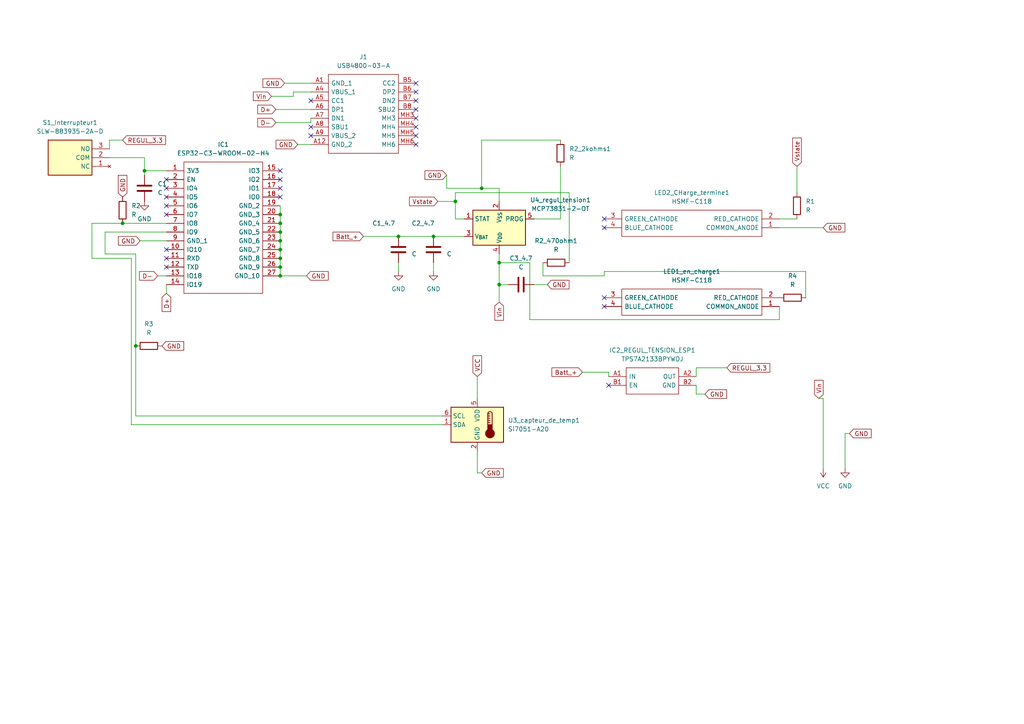
<source format=kicad_sch>
(kicad_sch (version 20230121) (generator eeschema)

  (uuid 4d9b53af-9763-47b9-a25a-1deaec03679e)

  (paper "A4")

  (lib_symbols
    (symbol "Battery_Management:MCP73831-2-OT" (in_bom yes) (on_board yes)
      (property "Reference" "U" (at -7.62 6.35 0)
        (effects (font (size 1.27 1.27)) (justify left))
      )
      (property "Value" "MCP73831-2-OT" (at 1.27 6.35 0)
        (effects (font (size 1.27 1.27)) (justify left))
      )
      (property "Footprint" "Package_TO_SOT_SMD:SOT-23-5" (at 1.27 -6.35 0)
        (effects (font (size 1.27 1.27) italic) (justify left) hide)
      )
      (property "Datasheet" "http://ww1.microchip.com/downloads/en/DeviceDoc/20001984g.pdf" (at -3.81 -1.27 0)
        (effects (font (size 1.27 1.27)) hide)
      )
      (property "ki_keywords" "battery charger lithium" (at 0 0 0)
        (effects (font (size 1.27 1.27)) hide)
      )
      (property "ki_description" "Single cell, Li-Ion/Li-Po charge management controller, 4.20V, Tri-State Status Output, in SOT23-5 package" (at 0 0 0)
        (effects (font (size 1.27 1.27)) hide)
      )
      (property "ki_fp_filters" "SOT?23*" (at 0 0 0)
        (effects (font (size 1.27 1.27)) hide)
      )
      (symbol "MCP73831-2-OT_0_1"
        (rectangle (start -7.62 5.08) (end 7.62 -5.08)
          (stroke (width 0.254) (type default))
          (fill (type background))
        )
      )
      (symbol "MCP73831-2-OT_1_1"
        (pin output line (at 10.16 -2.54 180) (length 2.54)
          (name "STAT" (effects (font (size 1.27 1.27))))
          (number "1" (effects (font (size 1.27 1.27))))
        )
        (pin power_in line (at 0 -7.62 90) (length 2.54)
          (name "V_{SS}" (effects (font (size 1.27 1.27))))
          (number "2" (effects (font (size 1.27 1.27))))
        )
        (pin power_out line (at 10.16 2.54 180) (length 2.54)
          (name "V_{BAT}" (effects (font (size 1.27 1.27))))
          (number "3" (effects (font (size 1.27 1.27))))
        )
        (pin power_in line (at 0 7.62 270) (length 2.54)
          (name "V_{DD}" (effects (font (size 1.27 1.27))))
          (number "4" (effects (font (size 1.27 1.27))))
        )
        (pin input line (at -10.16 -2.54 0) (length 2.54)
          (name "PROG" (effects (font (size 1.27 1.27))))
          (number "5" (effects (font (size 1.27 1.27))))
        )
      )
    )
    (symbol "Device:C" (pin_numbers hide) (pin_names (offset 0.254)) (in_bom yes) (on_board yes)
      (property "Reference" "C" (at 0.635 2.54 0)
        (effects (font (size 1.27 1.27)) (justify left))
      )
      (property "Value" "C" (at 0.635 -2.54 0)
        (effects (font (size 1.27 1.27)) (justify left))
      )
      (property "Footprint" "" (at 0.9652 -3.81 0)
        (effects (font (size 1.27 1.27)) hide)
      )
      (property "Datasheet" "~" (at 0 0 0)
        (effects (font (size 1.27 1.27)) hide)
      )
      (property "ki_keywords" "cap capacitor" (at 0 0 0)
        (effects (font (size 1.27 1.27)) hide)
      )
      (property "ki_description" "Unpolarized capacitor" (at 0 0 0)
        (effects (font (size 1.27 1.27)) hide)
      )
      (property "ki_fp_filters" "C_*" (at 0 0 0)
        (effects (font (size 1.27 1.27)) hide)
      )
      (symbol "C_0_1"
        (polyline
          (pts
            (xy -2.032 -0.762)
            (xy 2.032 -0.762)
          )
          (stroke (width 0.508) (type default))
          (fill (type none))
        )
        (polyline
          (pts
            (xy -2.032 0.762)
            (xy 2.032 0.762)
          )
          (stroke (width 0.508) (type default))
          (fill (type none))
        )
      )
      (symbol "C_1_1"
        (pin passive line (at 0 3.81 270) (length 2.794)
          (name "~" (effects (font (size 1.27 1.27))))
          (number "1" (effects (font (size 1.27 1.27))))
        )
        (pin passive line (at 0 -3.81 90) (length 2.794)
          (name "~" (effects (font (size 1.27 1.27))))
          (number "2" (effects (font (size 1.27 1.27))))
        )
      )
    )
    (symbol "Device:R" (pin_numbers hide) (pin_names (offset 0)) (in_bom yes) (on_board yes)
      (property "Reference" "R" (at 2.032 0 90)
        (effects (font (size 1.27 1.27)))
      )
      (property "Value" "R" (at 0 0 90)
        (effects (font (size 1.27 1.27)))
      )
      (property "Footprint" "" (at -1.778 0 90)
        (effects (font (size 1.27 1.27)) hide)
      )
      (property "Datasheet" "~" (at 0 0 0)
        (effects (font (size 1.27 1.27)) hide)
      )
      (property "ki_keywords" "R res resistor" (at 0 0 0)
        (effects (font (size 1.27 1.27)) hide)
      )
      (property "ki_description" "Resistor" (at 0 0 0)
        (effects (font (size 1.27 1.27)) hide)
      )
      (property "ki_fp_filters" "R_*" (at 0 0 0)
        (effects (font (size 1.27 1.27)) hide)
      )
      (symbol "R_0_1"
        (rectangle (start -1.016 -2.54) (end 1.016 2.54)
          (stroke (width 0.254) (type default))
          (fill (type none))
        )
      )
      (symbol "R_1_1"
        (pin passive line (at 0 3.81 270) (length 1.27)
          (name "~" (effects (font (size 1.27 1.27))))
          (number "1" (effects (font (size 1.27 1.27))))
        )
        (pin passive line (at 0 -3.81 90) (length 1.27)
          (name "~" (effects (font (size 1.27 1.27))))
          (number "2" (effects (font (size 1.27 1.27))))
        )
      )
    )
    (symbol "Projet_esp_capt:ESP32-C3-WROOM-02-H4" (pin_names (offset 0.762)) (in_bom yes) (on_board yes)
      (property "Reference" "IC" (at 29.21 7.62 0)
        (effects (font (size 1.27 1.27)) (justify left))
      )
      (property "Value" "ESP32-C3-WROOM-02-H4" (at 29.21 5.08 0)
        (effects (font (size 1.27 1.27)) (justify left))
      )
      (property "Footprint" "ESP32C3WROOM02H4" (at 29.21 2.54 0)
        (effects (font (size 1.27 1.27)) (justify left) hide)
      )
      (property "Datasheet" "https://www.mouser.in/datasheet/2/891/Espressif_Systems_04082021_ESP32_C3_WROOM_02-2295851.pdf" (at 29.21 0 0)
        (effects (font (size 1.27 1.27)) (justify left) hide)
      )
      (property "Description" "WiFi Modules (802.11) SMD module, ESP32-C3, 4MB SPI flash, PCB antenna, -40 C +105 C" (at 29.21 -2.54 0)
        (effects (font (size 1.27 1.27)) (justify left) hide)
      )
      (property "Height" "3.35" (at 29.21 -5.08 0)
        (effects (font (size 1.27 1.27)) (justify left) hide)
      )
      (property "Mouser Part Number" "356-ESP32C3WROOM02H4" (at 29.21 -7.62 0)
        (effects (font (size 1.27 1.27)) (justify left) hide)
      )
      (property "Mouser Price/Stock" "https://www.mouser.co.uk/ProductDetail/Espressif-Systems/ESP32-C3-WROOM-02-H4?qs=stqOd1AaK79%2FSA14oWtR%252Bw%3D%3D" (at 29.21 -10.16 0)
        (effects (font (size 1.27 1.27)) (justify left) hide)
      )
      (property "Manufacturer_Name" "Espressif Systems" (at 29.21 -12.7 0)
        (effects (font (size 1.27 1.27)) (justify left) hide)
      )
      (property "Manufacturer_Part_Number" "ESP32-C3-WROOM-02-H4" (at 29.21 -15.24 0)
        (effects (font (size 1.27 1.27)) (justify left) hide)
      )
      (property "ki_description" "WiFi Modules (802.11) SMD module, ESP32-C3, 4MB SPI flash, PCB antenna, -40 C +105 C" (at 0 0 0)
        (effects (font (size 1.27 1.27)) hide)
      )
      (symbol "ESP32-C3-WROOM-02-H4_0_0"
        (pin passive line (at 0 0 0) (length 5.08)
          (name "3V3" (effects (font (size 1.27 1.27))))
          (number "1" (effects (font (size 1.27 1.27))))
        )
        (pin passive line (at 0 -22.86 0) (length 5.08)
          (name "IO10" (effects (font (size 1.27 1.27))))
          (number "10" (effects (font (size 1.27 1.27))))
        )
        (pin passive line (at 0 -25.4 0) (length 5.08)
          (name "RXD" (effects (font (size 1.27 1.27))))
          (number "11" (effects (font (size 1.27 1.27))))
        )
        (pin passive line (at 0 -27.94 0) (length 5.08)
          (name "TXD" (effects (font (size 1.27 1.27))))
          (number "12" (effects (font (size 1.27 1.27))))
        )
        (pin passive line (at 0 -30.48 0) (length 5.08)
          (name "IO18" (effects (font (size 1.27 1.27))))
          (number "13" (effects (font (size 1.27 1.27))))
        )
        (pin passive line (at 0 -33.02 0) (length 5.08)
          (name "IO19" (effects (font (size 1.27 1.27))))
          (number "14" (effects (font (size 1.27 1.27))))
        )
        (pin passive line (at 33.02 0 180) (length 5.08)
          (name "IO3" (effects (font (size 1.27 1.27))))
          (number "15" (effects (font (size 1.27 1.27))))
        )
        (pin passive line (at 33.02 -2.54 180) (length 5.08)
          (name "IO2" (effects (font (size 1.27 1.27))))
          (number "16" (effects (font (size 1.27 1.27))))
        )
        (pin passive line (at 33.02 -5.08 180) (length 5.08)
          (name "IO1" (effects (font (size 1.27 1.27))))
          (number "17" (effects (font (size 1.27 1.27))))
        )
        (pin passive line (at 33.02 -7.62 180) (length 5.08)
          (name "IO0" (effects (font (size 1.27 1.27))))
          (number "18" (effects (font (size 1.27 1.27))))
        )
        (pin passive line (at 33.02 -10.16 180) (length 5.08)
          (name "GND_2" (effects (font (size 1.27 1.27))))
          (number "19" (effects (font (size 1.27 1.27))))
        )
        (pin passive line (at 0 -2.54 0) (length 5.08)
          (name "EN" (effects (font (size 1.27 1.27))))
          (number "2" (effects (font (size 1.27 1.27))))
        )
        (pin passive line (at 33.02 -12.7 180) (length 5.08)
          (name "GND_3" (effects (font (size 1.27 1.27))))
          (number "20" (effects (font (size 1.27 1.27))))
        )
        (pin passive line (at 33.02 -15.24 180) (length 5.08)
          (name "GND_4" (effects (font (size 1.27 1.27))))
          (number "21" (effects (font (size 1.27 1.27))))
        )
        (pin passive line (at 33.02 -17.78 180) (length 5.08)
          (name "GND_5" (effects (font (size 1.27 1.27))))
          (number "22" (effects (font (size 1.27 1.27))))
        )
        (pin passive line (at 33.02 -20.32 180) (length 5.08)
          (name "GND_6" (effects (font (size 1.27 1.27))))
          (number "23" (effects (font (size 1.27 1.27))))
        )
        (pin passive line (at 33.02 -22.86 180) (length 5.08)
          (name "GND_7" (effects (font (size 1.27 1.27))))
          (number "24" (effects (font (size 1.27 1.27))))
        )
        (pin passive line (at 33.02 -25.4 180) (length 5.08)
          (name "GND_8" (effects (font (size 1.27 1.27))))
          (number "25" (effects (font (size 1.27 1.27))))
        )
        (pin passive line (at 33.02 -27.94 180) (length 5.08)
          (name "GND_9" (effects (font (size 1.27 1.27))))
          (number "26" (effects (font (size 1.27 1.27))))
        )
        (pin passive line (at 33.02 -30.48 180) (length 5.08)
          (name "GND_10" (effects (font (size 1.27 1.27))))
          (number "27" (effects (font (size 1.27 1.27))))
        )
        (pin passive line (at 0 -5.08 0) (length 5.08)
          (name "IO4" (effects (font (size 1.27 1.27))))
          (number "3" (effects (font (size 1.27 1.27))))
        )
        (pin passive line (at 0 -7.62 0) (length 5.08)
          (name "IO5" (effects (font (size 1.27 1.27))))
          (number "4" (effects (font (size 1.27 1.27))))
        )
        (pin passive line (at 0 -10.16 0) (length 5.08)
          (name "IO6" (effects (font (size 1.27 1.27))))
          (number "5" (effects (font (size 1.27 1.27))))
        )
        (pin passive line (at 0 -12.7 0) (length 5.08)
          (name "IO7" (effects (font (size 1.27 1.27))))
          (number "6" (effects (font (size 1.27 1.27))))
        )
        (pin passive line (at 0 -15.24 0) (length 5.08)
          (name "IO8" (effects (font (size 1.27 1.27))))
          (number "7" (effects (font (size 1.27 1.27))))
        )
        (pin passive line (at 0 -17.78 0) (length 5.08)
          (name "IO9" (effects (font (size 1.27 1.27))))
          (number "8" (effects (font (size 1.27 1.27))))
        )
        (pin passive line (at 0 -20.32 0) (length 5.08)
          (name "GND_1" (effects (font (size 1.27 1.27))))
          (number "9" (effects (font (size 1.27 1.27))))
        )
      )
      (symbol "ESP32-C3-WROOM-02-H4_0_1"
        (polyline
          (pts
            (xy 5.08 2.54)
            (xy 27.94 2.54)
            (xy 27.94 -35.56)
            (xy 5.08 -35.56)
            (xy 5.08 2.54)
          )
          (stroke (width 0.1524) (type solid))
          (fill (type none))
        )
      )
    )
    (symbol "Projet_esp_capt:HSMF-C118" (pin_names (offset 0.762)) (in_bom yes) (on_board yes)
      (property "Reference" "LED" (at 46.99 7.62 0)
        (effects (font (size 1.27 1.27)) (justify left))
      )
      (property "Value" "HSMF-C118" (at 46.99 5.08 0)
        (effects (font (size 1.27 1.27)) (justify left))
      )
      (property "Footprint" "HSMFC118" (at 46.99 2.54 0)
        (effects (font (size 1.27 1.27)) (justify left) hide)
      )
      (property "Datasheet" "https://componentsearchengine.com/Datasheets/2/HSMF-C118.pdf" (at 46.99 0 0)
        (effects (font (size 1.27 1.27)) (justify left) hide)
      )
      (property "Description" "Broadcom HSMF-C 470 / 525 / 626 nm 3 RGB LED, 4-Pin SMD package" (at 46.99 -2.54 0)
        (effects (font (size 1.27 1.27)) (justify left) hide)
      )
      (property "Height" "1" (at 46.99 -5.08 0)
        (effects (font (size 1.27 1.27)) (justify left) hide)
      )
      (property "Manufacturer_Name" "Avago Technologies" (at 46.99 -7.62 0)
        (effects (font (size 1.27 1.27)) (justify left) hide)
      )
      (property "Manufacturer_Part_Number" "HSMF-C118" (at 46.99 -10.16 0)
        (effects (font (size 1.27 1.27)) (justify left) hide)
      )
      (property "Mouser Part Number" "630-HSMF-C118" (at 46.99 -12.7 0)
        (effects (font (size 1.27 1.27)) (justify left) hide)
      )
      (property "Mouser Price/Stock" "https://www.mouser.co.uk/ProductDetail/Broadcom-Avago/HSMF-C118?qs=YDL0qNrpDT7rPoesDcOaug%3D%3D" (at 46.99 -15.24 0)
        (effects (font (size 1.27 1.27)) (justify left) hide)
      )
      (property "Arrow Part Number" "" (at 46.99 -17.78 0)
        (effects (font (size 1.27 1.27)) (justify left) hide)
      )
      (property "Arrow Price/Stock" "" (at 46.99 -20.32 0)
        (effects (font (size 1.27 1.27)) (justify left) hide)
      )
      (property "ki_description" "Broadcom HSMF-C 470 / 525 / 626 nm 3 RGB LED, 4-Pin SMD package" (at 0 0 0)
        (effects (font (size 1.27 1.27)) hide)
      )
      (symbol "HSMF-C118_0_0"
        (pin passive line (at 50.8 -2.54 180) (length 5.08)
          (name "COMMON_ANODE" (effects (font (size 1.27 1.27))))
          (number "1" (effects (font (size 1.27 1.27))))
        )
        (pin passive line (at 50.8 0 180) (length 5.08)
          (name "RED_CATHODE" (effects (font (size 1.27 1.27))))
          (number "2" (effects (font (size 1.27 1.27))))
        )
        (pin passive line (at 0 0 0) (length 5.08)
          (name "GREEN_CATHODE" (effects (font (size 1.27 1.27))))
          (number "3" (effects (font (size 1.27 1.27))))
        )
        (pin passive line (at 0 -2.54 0) (length 5.08)
          (name "BLUE_CATHODE" (effects (font (size 1.27 1.27))))
          (number "4" (effects (font (size 1.27 1.27))))
        )
      )
      (symbol "HSMF-C118_0_1"
        (polyline
          (pts
            (xy 5.08 2.54)
            (xy 45.72 2.54)
            (xy 45.72 -5.08)
            (xy 5.08 -5.08)
            (xy 5.08 2.54)
          )
          (stroke (width 0.1524) (type solid))
          (fill (type none))
        )
      )
    )
    (symbol "Projet_esp_capt:TPS7A2133BPYWDJ" (pin_names (offset 0.762)) (in_bom yes) (on_board yes)
      (property "Reference" "IC" (at 21.59 7.62 0)
        (effects (font (size 1.27 1.27)) (justify left))
      )
      (property "Value" "TPS7A2133BPYWDJ" (at 21.59 5.08 0)
        (effects (font (size 1.27 1.27)) (justify left))
      )
      (property "Footprint" "TPS7A2133BPYWDJ" (at 21.59 2.54 0)
        (effects (font (size 1.27 1.27)) (justify left) hide)
      )
      (property "Datasheet" "https://www.ti.com/general/docs/suppproductinfo.tsp?distId=26&gotoUrl=https://www.ti.com/lit/gpn/tps7a21" (at 21.59 0 0)
        (effects (font (size 1.27 1.27)) (justify left) hide)
      )
      (property "Description" "LDO Voltage Regulators 500-mA, low-noise ultra-low-IQ high-PSRR low-dropout (LDO) voltage regulator" (at 21.59 -2.54 0)
        (effects (font (size 1.27 1.27)) (justify left) hide)
      )
      (property "Height" "0.3" (at 21.59 -5.08 0)
        (effects (font (size 1.27 1.27)) (justify left) hide)
      )
      (property "Manufacturer_Name" "Texas Instruments" (at 21.59 -7.62 0)
        (effects (font (size 1.27 1.27)) (justify left) hide)
      )
      (property "Manufacturer_Part_Number" "TPS7A2133BPYWDJ" (at 21.59 -10.16 0)
        (effects (font (size 1.27 1.27)) (justify left) hide)
      )
      (property "Mouser Part Number" "595-TPS7A2133BPYWDJ" (at 21.59 -12.7 0)
        (effects (font (size 1.27 1.27)) (justify left) hide)
      )
      (property "Mouser Price/Stock" "https://www.mouser.co.uk/ProductDetail/Texas-Instruments/TPS7A2133BPYWDJ?qs=amGC7iS6iy8eQMMX76cNEA%3D%3D" (at 21.59 -15.24 0)
        (effects (font (size 1.27 1.27)) (justify left) hide)
      )
      (property "Arrow Part Number" "TPS7A2133BPYWDJ" (at 21.59 -17.78 0)
        (effects (font (size 1.27 1.27)) (justify left) hide)
      )
      (property "Arrow Price/Stock" "https://www.arrow.com/en/products/tps7a2133bpywdj/texas-instruments?region=nac" (at 21.59 -20.32 0)
        (effects (font (size 1.27 1.27)) (justify left) hide)
      )
      (property "ki_description" "LDO Voltage Regulators 500-mA, low-noise ultra-low-IQ high-PSRR low-dropout (LDO) voltage regulator" (at 0 0 0)
        (effects (font (size 1.27 1.27)) hide)
      )
      (symbol "TPS7A2133BPYWDJ_0_0"
        (pin passive line (at 0 0 0) (length 5.08)
          (name "IN" (effects (font (size 1.27 1.27))))
          (number "A1" (effects (font (size 1.27 1.27))))
        )
        (pin passive line (at 25.4 0 180) (length 5.08)
          (name "OUT" (effects (font (size 1.27 1.27))))
          (number "A2" (effects (font (size 1.27 1.27))))
        )
        (pin passive line (at 0 -2.54 0) (length 5.08)
          (name "EN" (effects (font (size 1.27 1.27))))
          (number "B1" (effects (font (size 1.27 1.27))))
        )
        (pin passive line (at 25.4 -2.54 180) (length 5.08)
          (name "GND" (effects (font (size 1.27 1.27))))
          (number "B2" (effects (font (size 1.27 1.27))))
        )
      )
      (symbol "TPS7A2133BPYWDJ_0_1"
        (polyline
          (pts
            (xy 5.08 2.54)
            (xy 20.32 2.54)
            (xy 20.32 -5.08)
            (xy 5.08 -5.08)
            (xy 5.08 2.54)
          )
          (stroke (width 0.1524) (type solid))
          (fill (type none))
        )
      )
    )
    (symbol "Projet_esp_capt:USB4800-03-A" (pin_names (offset 0.762)) (in_bom yes) (on_board yes)
      (property "Reference" "J" (at 26.67 7.62 0)
        (effects (font (size 1.27 1.27)) (justify left))
      )
      (property "Value" "USB4800-03-A" (at 26.67 5.08 0)
        (effects (font (size 1.27 1.27)) (justify left))
      )
      (property "Footprint" "USB480003A" (at 26.67 2.54 0)
        (effects (font (size 1.27 1.27)) (justify left) hide)
      )
      (property "Datasheet" "https://gct.co/connector/usb4800" (at 26.67 0 0)
        (effects (font (size 1.27 1.27)) (justify left) hide)
      )
      (property "Description" "USB Connectors USB2.0 Type C Rcpt, SMT, Hrz, 3.5mm elevated, 16 Pin" (at 26.67 -2.54 0)
        (effects (font (size 1.27 1.27)) (justify left) hide)
      )
      (property "Height" "5.58" (at 26.67 -5.08 0)
        (effects (font (size 1.27 1.27)) (justify left) hide)
      )
      (property "Mouser Part Number" "640-USB4800-03-A" (at 26.67 -7.62 0)
        (effects (font (size 1.27 1.27)) (justify left) hide)
      )
      (property "Mouser Price/Stock" "https://www.mouser.co.uk/ProductDetail/GCT/USB4800-03-A?qs=vvQtp7zwQdMkfG8vViEZoQ%3D%3D" (at 26.67 -10.16 0)
        (effects (font (size 1.27 1.27)) (justify left) hide)
      )
      (property "Manufacturer_Name" "GCT (GLOBAL CONNECTOR TECHNOLOGY)" (at 26.67 -12.7 0)
        (effects (font (size 1.27 1.27)) (justify left) hide)
      )
      (property "Manufacturer_Part_Number" "USB4800-03-A" (at 26.67 -15.24 0)
        (effects (font (size 1.27 1.27)) (justify left) hide)
      )
      (property "ki_description" "USB Connectors USB2.0 Type C Rcpt, SMT, Hrz, 3.5mm elevated, 16 Pin" (at 0 0 0)
        (effects (font (size 1.27 1.27)) hide)
      )
      (symbol "USB4800-03-A_0_0"
        (pin passive line (at 0 0 0) (length 5.08)
          (name "GND_1" (effects (font (size 1.27 1.27))))
          (number "A1" (effects (font (size 1.27 1.27))))
        )
        (pin passive line (at 0 -17.78 0) (length 5.08)
          (name "GND_2" (effects (font (size 1.27 1.27))))
          (number "A12" (effects (font (size 1.27 1.27))))
        )
        (pin passive line (at 0 -2.54 0) (length 5.08)
          (name "VBUS_1" (effects (font (size 1.27 1.27))))
          (number "A4" (effects (font (size 1.27 1.27))))
        )
        (pin passive line (at 0 -5.08 0) (length 5.08)
          (name "CC1" (effects (font (size 1.27 1.27))))
          (number "A5" (effects (font (size 1.27 1.27))))
        )
        (pin passive line (at 0 -7.62 0) (length 5.08)
          (name "DP1" (effects (font (size 1.27 1.27))))
          (number "A6" (effects (font (size 1.27 1.27))))
        )
        (pin passive line (at 0 -10.16 0) (length 5.08)
          (name "DN1" (effects (font (size 1.27 1.27))))
          (number "A7" (effects (font (size 1.27 1.27))))
        )
        (pin passive line (at 0 -12.7 0) (length 5.08)
          (name "SBU1" (effects (font (size 1.27 1.27))))
          (number "A8" (effects (font (size 1.27 1.27))))
        )
        (pin passive line (at 0 -15.24 0) (length 5.08)
          (name "VBUS_2" (effects (font (size 1.27 1.27))))
          (number "A9" (effects (font (size 1.27 1.27))))
        )
        (pin passive line (at 30.48 0 180) (length 5.08)
          (name "CC2" (effects (font (size 1.27 1.27))))
          (number "B5" (effects (font (size 1.27 1.27))))
        )
        (pin passive line (at 30.48 -2.54 180) (length 5.08)
          (name "DP2" (effects (font (size 1.27 1.27))))
          (number "B6" (effects (font (size 1.27 1.27))))
        )
        (pin passive line (at 30.48 -5.08 180) (length 5.08)
          (name "DN2" (effects (font (size 1.27 1.27))))
          (number "B7" (effects (font (size 1.27 1.27))))
        )
        (pin passive line (at 30.48 -7.62 180) (length 5.08)
          (name "SBU2" (effects (font (size 1.27 1.27))))
          (number "B8" (effects (font (size 1.27 1.27))))
        )
        (pin passive line (at 30.48 -10.16 180) (length 5.08)
          (name "MH3" (effects (font (size 1.27 1.27))))
          (number "MH3" (effects (font (size 1.27 1.27))))
        )
        (pin passive line (at 30.48 -12.7 180) (length 5.08)
          (name "MH4" (effects (font (size 1.27 1.27))))
          (number "MH4" (effects (font (size 1.27 1.27))))
        )
        (pin passive line (at 30.48 -15.24 180) (length 5.08)
          (name "MH5" (effects (font (size 1.27 1.27))))
          (number "MH5" (effects (font (size 1.27 1.27))))
        )
        (pin passive line (at 30.48 -17.78 180) (length 5.08)
          (name "MH6" (effects (font (size 1.27 1.27))))
          (number "MH6" (effects (font (size 1.27 1.27))))
        )
      )
      (symbol "USB4800-03-A_0_1"
        (polyline
          (pts
            (xy 5.08 2.54)
            (xy 25.4 2.54)
            (xy 25.4 -20.32)
            (xy 5.08 -20.32)
            (xy 5.08 2.54)
          )
          (stroke (width 0.1524) (type solid))
          (fill (type none))
        )
      )
    )
    (symbol "SLW-883935-2A-D:SLW-883935-2A-D" (in_bom yes) (on_board yes)
      (property "Reference" "S" (at 19.05 7.62 0)
        (effects (font (size 1.27 1.27)) (justify left top))
      )
      (property "Value" "SLW-883935-2A-D" (at 19.05 5.08 0)
        (effects (font (size 1.27 1.27)) (justify left top))
      )
      (property "Footprint" "SLW8839352AD" (at 19.05 -94.92 0)
        (effects (font (size 1.27 1.27)) (justify left top) hide)
      )
      (property "Datasheet" "https://www.cuidevices.com/product/resource/pdf/slw-883935-2a-d.pdf" (at 19.05 -194.92 0)
        (effects (font (size 1.27 1.27)) (justify left top) hide)
      )
      (property "Height" "6.1" (at 19.05 -394.92 0)
        (effects (font (size 1.27 1.27)) (justify left top) hide)
      )
      (property "Mouser Part Number" "179-SLW-883935-2A-D" (at 19.05 -494.92 0)
        (effects (font (size 1.27 1.27)) (justify left top) hide)
      )
      (property "Mouser Price/Stock" "https://www.mouser.co.uk/ProductDetail/CUI-Devices/SLW-883935-2A-D?qs=1Kr7Jg1SGW%2Fv9j8ky6fn%2FQ%3D%3D" (at 19.05 -594.92 0)
        (effects (font (size 1.27 1.27)) (justify left top) hide)
      )
      (property "Manufacturer_Name" "CUI Devices" (at 19.05 -694.92 0)
        (effects (font (size 1.27 1.27)) (justify left top) hide)
      )
      (property "Manufacturer_Part_Number" "SLW-883935-2A-D" (at 19.05 -794.92 0)
        (effects (font (size 1.27 1.27)) (justify left top) hide)
      )
      (property "ki_description" "Slide Switches 8.8 x 3.9 x 3.5 mm, 2 mm Raised Slide Actuator, Right-Angle, Through Hole" (at 0 0 0)
        (effects (font (size 1.27 1.27)) hide)
      )
      (symbol "SLW-883935-2A-D_1_1"
        (rectangle (start 5.08 2.54) (end 17.78 -7.62)
          (stroke (width 0.254) (type default))
          (fill (type background))
        )
        (pin no_connect line (at 0 0 0) (length 5.08)
          (name "NC" (effects (font (size 1.27 1.27))))
          (number "1" (effects (font (size 1.27 1.27))))
        )
        (pin passive line (at 0 -2.54 0) (length 5.08)
          (name "COM" (effects (font (size 1.27 1.27))))
          (number "2" (effects (font (size 1.27 1.27))))
        )
        (pin passive line (at 0 -5.08 0) (length 5.08)
          (name "NO" (effects (font (size 1.27 1.27))))
          (number "3" (effects (font (size 1.27 1.27))))
        )
      )
    )
    (symbol "Sensor_Temperature:Si7051-A20" (in_bom yes) (on_board yes)
      (property "Reference" "U" (at -6.35 6.35 0)
        (effects (font (size 1.27 1.27)))
      )
      (property "Value" "Si7051-A20" (at 7.62 6.35 0)
        (effects (font (size 1.27 1.27)))
      )
      (property "Footprint" "Package_DFN_QFN:DFN-6-1EP_3x3mm_P1mm_EP1.65x2.55mm" (at 0 -10.16 0)
        (effects (font (size 1.27 1.27)) hide)
      )
      (property "Datasheet" "https://www.silabs.com/documents/public/data-sheets/Si7050-1-3-4-5-A20.pdf" (at -5.08 7.62 0)
        (effects (font (size 1.27 1.27)) hide)
      )
      (property "ki_keywords" "I2C Temperature Sensor" (at 0 0 0)
        (effects (font (size 1.27 1.27)) hide)
      )
      (property "ki_description" "I2C Temperature Sensor, ±0.1ºC, DFN-6" (at 0 0 0)
        (effects (font (size 1.27 1.27)) hide)
      )
      (property "ki_fp_filters" "DFN*1EP*3x3mm*P1mm*" (at 0 0 0)
        (effects (font (size 1.27 1.27)) hide)
      )
      (symbol "Si7051-A20_0_1"
        (rectangle (start -7.62 5.08) (end 7.62 -5.08)
          (stroke (width 0.254) (type default))
          (fill (type background))
        )
      )
      (symbol "Si7051-A20_1_1"
        (polyline
          (pts
            (xy 3.048 0.635)
            (xy 3.683 0.635)
          )
          (stroke (width 0.254) (type default))
          (fill (type none))
        )
        (polyline
          (pts
            (xy 3.048 1.27)
            (xy 3.683 1.27)
          )
          (stroke (width 0.254) (type default))
          (fill (type none))
        )
        (polyline
          (pts
            (xy 3.048 1.905)
            (xy 3.683 1.905)
          )
          (stroke (width 0.254) (type default))
          (fill (type none))
        )
        (polyline
          (pts
            (xy 3.048 2.54)
            (xy 3.683 2.54)
          )
          (stroke (width 0.254) (type default))
          (fill (type none))
        )
        (polyline
          (pts
            (xy 3.048 3.175)
            (xy 3.048 0)
          )
          (stroke (width 0.254) (type default))
          (fill (type none))
        )
        (polyline
          (pts
            (xy 3.048 3.175)
            (xy 3.683 3.175)
          )
          (stroke (width 0.254) (type default))
          (fill (type none))
        )
        (polyline
          (pts
            (xy 4.318 3.175)
            (xy 4.318 0)
          )
          (stroke (width 0.254) (type default))
          (fill (type none))
        )
        (circle (center 3.683 -2.54) (radius 1.27)
          (stroke (width 0.254) (type default))
          (fill (type outline))
        )
        (rectangle (start 4.318 -1.905) (end 3.048 0)
          (stroke (width 0.254) (type default))
          (fill (type outline))
        )
        (arc (start 4.318 3.175) (mid 3.683 3.8073) (end 3.048 3.175)
          (stroke (width 0.254) (type default))
          (fill (type none))
        )
        (pin bidirectional line (at -10.16 0 0) (length 2.54)
          (name "SDA" (effects (font (size 1.27 1.27))))
          (number "1" (effects (font (size 1.27 1.27))))
        )
        (pin power_in line (at 0 -7.62 90) (length 2.54)
          (name "GND" (effects (font (size 1.27 1.27))))
          (number "2" (effects (font (size 1.27 1.27))))
        )
        (pin no_connect line (at 7.62 2.54 180) (length 2.54) hide
          (name "NC" (effects (font (size 1.27 1.27))))
          (number "3" (effects (font (size 1.27 1.27))))
        )
        (pin no_connect line (at 7.62 -2.54 180) (length 2.54) hide
          (name "NC" (effects (font (size 1.27 1.27))))
          (number "4" (effects (font (size 1.27 1.27))))
        )
        (pin power_in line (at 0 7.62 270) (length 2.54)
          (name "VDD" (effects (font (size 1.27 1.27))))
          (number "5" (effects (font (size 1.27 1.27))))
        )
        (pin input line (at -10.16 2.54 0) (length 2.54)
          (name "SCL" (effects (font (size 1.27 1.27))))
          (number "6" (effects (font (size 1.27 1.27))))
        )
      )
    )
    (symbol "power:GND" (power) (pin_names (offset 0)) (in_bom yes) (on_board yes)
      (property "Reference" "#PWR" (at 0 -6.35 0)
        (effects (font (size 1.27 1.27)) hide)
      )
      (property "Value" "GND" (at 0 -3.81 0)
        (effects (font (size 1.27 1.27)))
      )
      (property "Footprint" "" (at 0 0 0)
        (effects (font (size 1.27 1.27)) hide)
      )
      (property "Datasheet" "" (at 0 0 0)
        (effects (font (size 1.27 1.27)) hide)
      )
      (property "ki_keywords" "global power" (at 0 0 0)
        (effects (font (size 1.27 1.27)) hide)
      )
      (property "ki_description" "Power symbol creates a global label with name \"GND\" , ground" (at 0 0 0)
        (effects (font (size 1.27 1.27)) hide)
      )
      (symbol "GND_0_1"
        (polyline
          (pts
            (xy 0 0)
            (xy 0 -1.27)
            (xy 1.27 -1.27)
            (xy 0 -2.54)
            (xy -1.27 -1.27)
            (xy 0 -1.27)
          )
          (stroke (width 0) (type default))
          (fill (type none))
        )
      )
      (symbol "GND_1_1"
        (pin power_in line (at 0 0 270) (length 0) hide
          (name "GND" (effects (font (size 1.27 1.27))))
          (number "1" (effects (font (size 1.27 1.27))))
        )
      )
    )
    (symbol "power:VCC" (power) (pin_names (offset 0)) (in_bom yes) (on_board yes)
      (property "Reference" "#PWR" (at 0 -3.81 0)
        (effects (font (size 1.27 1.27)) hide)
      )
      (property "Value" "VCC" (at 0 3.81 0)
        (effects (font (size 1.27 1.27)))
      )
      (property "Footprint" "" (at 0 0 0)
        (effects (font (size 1.27 1.27)) hide)
      )
      (property "Datasheet" "" (at 0 0 0)
        (effects (font (size 1.27 1.27)) hide)
      )
      (property "ki_keywords" "global power" (at 0 0 0)
        (effects (font (size 1.27 1.27)) hide)
      )
      (property "ki_description" "Power symbol creates a global label with name \"VCC\"" (at 0 0 0)
        (effects (font (size 1.27 1.27)) hide)
      )
      (symbol "VCC_0_1"
        (polyline
          (pts
            (xy -0.762 1.27)
            (xy 0 2.54)
          )
          (stroke (width 0) (type default))
          (fill (type none))
        )
        (polyline
          (pts
            (xy 0 0)
            (xy 0 2.54)
          )
          (stroke (width 0) (type default))
          (fill (type none))
        )
        (polyline
          (pts
            (xy 0 2.54)
            (xy 0.762 1.27)
          )
          (stroke (width 0) (type default))
          (fill (type none))
        )
      )
      (symbol "VCC_1_1"
        (pin power_in line (at 0 0 90) (length 0) hide
          (name "VCC" (effects (font (size 1.27 1.27))))
          (number "1" (effects (font (size 1.27 1.27))))
        )
      )
    )
  )

  (junction (at 139.7 54.61) (diameter 0) (color 0 0 0 0)
    (uuid 081ff2f4-6542-40ad-bcc7-c6bd5ccc3867)
  )
  (junction (at 35.56 64.77) (diameter 0) (color 0 0 0 0)
    (uuid 09ff27a9-301a-4cc7-be0b-b451cfd55e13)
  )
  (junction (at 81.28 69.85) (diameter 0) (color 0 0 0 0)
    (uuid 1206422e-c725-4e6e-8a33-4ce5e10a8a77)
  )
  (junction (at 125.73 68.58) (diameter 0) (color 0 0 0 0)
    (uuid 21af317f-569b-41d8-99d2-7347d08bd3b5)
  )
  (junction (at 81.28 72.39) (diameter 0) (color 0 0 0 0)
    (uuid 3e5b2e06-4ba7-4f06-9d3f-353df0956521)
  )
  (junction (at 132.08 58.42) (diameter 0) (color 0 0 0 0)
    (uuid 4139fd86-0947-44d8-9f9c-e02694526ad2)
  )
  (junction (at 81.28 74.93) (diameter 0) (color 0 0 0 0)
    (uuid 4c869139-9e29-4728-b979-3485b1bd1cfd)
  )
  (junction (at 81.28 77.47) (diameter 0) (color 0 0 0 0)
    (uuid 66c38d28-38b5-4b56-8ba0-e3784a8d8ada)
  )
  (junction (at 144.78 76.2) (diameter 0) (color 0 0 0 0)
    (uuid 855e3240-1710-4e1e-97df-0e1227d5f0f8)
  )
  (junction (at 115.57 68.58) (diameter 0) (color 0 0 0 0)
    (uuid 89f99944-8447-405f-8cd8-9df856f66572)
  )
  (junction (at 81.28 62.23) (diameter 0) (color 0 0 0 0)
    (uuid a3fd9f7b-302e-4f18-acd3-6f88b1b64f4c)
  )
  (junction (at 39.37 100.33) (diameter 0) (color 0 0 0 0)
    (uuid a7563160-5227-4e21-8ba0-9a324b7fcb07)
  )
  (junction (at 81.28 64.77) (diameter 0) (color 0 0 0 0)
    (uuid c24b3220-dbf7-487c-9b6b-91d0a8b1185a)
  )
  (junction (at 41.91 49.53) (diameter 0) (color 0 0 0 0)
    (uuid c7b1ceb2-df74-4f89-bb83-e7c12fe7e549)
  )
  (junction (at 144.78 82.55) (diameter 0) (color 0 0 0 0)
    (uuid e69f2428-3e5f-4d8d-b63e-d9608994eb1a)
  )
  (junction (at 81.28 67.31) (diameter 0) (color 0 0 0 0)
    (uuid f2c26585-6c9c-4c2b-8e26-db78172868ef)
  )
  (junction (at 81.28 80.01) (diameter 0) (color 0 0 0 0)
    (uuid fdb48c1f-312d-48ab-b9c8-86749cdbb2a0)
  )

  (no_connect (at 120.65 41.91) (uuid 04f9e1d4-86ad-4bc2-bfac-97838d0872eb))
  (no_connect (at 48.26 77.47) (uuid 0736e926-8d6c-4014-b04a-94b2383673e8))
  (no_connect (at 120.65 31.75) (uuid 0b3f6f3e-3439-410c-a840-a658bf9b21cc))
  (no_connect (at 120.65 29.21) (uuid 1920dab4-6078-4e19-8037-fc6f0437c750))
  (no_connect (at 48.26 57.15) (uuid 25785563-9dbc-4153-8397-626574fb32d0))
  (no_connect (at 48.26 54.61) (uuid 2e6291f7-6fd7-4a8e-834d-c77c34d5f821))
  (no_connect (at 81.28 52.07) (uuid 3875c069-14a7-4980-8c33-71b7d45b07d6))
  (no_connect (at 176.53 111.76) (uuid 3ecca848-9c23-4dda-a30e-a42eb29c9a6e))
  (no_connect (at 81.28 49.53) (uuid 415a4c1a-04e1-42e7-9f7d-77698619581a))
  (no_connect (at 48.26 59.69) (uuid 43aa67fc-b8af-4324-8c60-a3f1ce06ba3e))
  (no_connect (at 175.26 63.5) (uuid 52cc3e40-2577-40c7-a6e9-f154f8796ca4))
  (no_connect (at 48.26 62.23) (uuid 68167fac-ff81-4f6b-bb89-ea0ea34ed336))
  (no_connect (at 175.26 66.04) (uuid 6d8efcc5-fdb7-40a9-bbf7-a961ecbfacdc))
  (no_connect (at 175.26 86.36) (uuid 6e3b52b1-2cc4-4358-9edb-3b518188dc3c))
  (no_connect (at 120.65 24.13) (uuid 7a66dc04-a13d-456c-9a9a-161b7b02f53d))
  (no_connect (at 48.26 72.39) (uuid 8b2c0218-d356-43ac-8497-599b23c8ce3f))
  (no_connect (at 48.26 52.07) (uuid a7d42442-f996-4dd0-b00f-7a4a8ee92b77))
  (no_connect (at 120.65 39.37) (uuid aa633007-c961-4d41-b3ec-dc08db395179))
  (no_connect (at 120.65 34.29) (uuid af8926e2-05ef-4f2d-9381-4839c7f76a49))
  (no_connect (at 81.28 54.61) (uuid b677c975-d475-4bd1-9c27-87b115ebdc3c))
  (no_connect (at 90.17 29.21) (uuid c24e7dde-5795-4623-85cd-ff0bdfe337fd))
  (no_connect (at 81.28 57.15) (uuid d5f1b026-066e-4544-9010-9e36f9a1fdbc))
  (no_connect (at 90.17 36.83) (uuid d65adab1-bd9d-437a-ad91-729b743e66b6))
  (no_connect (at 120.65 36.83) (uuid de6fa4d8-5503-4930-a40b-6462c048e24b))
  (no_connect (at 90.17 39.37) (uuid df6f102a-f07c-4f11-9d96-d0e6b1a88379))
  (no_connect (at 48.26 74.93) (uuid f0cd01b6-a225-4a34-8ef8-bdfecc2eb13e))
  (no_connect (at 120.65 26.67) (uuid f8e24cb5-db70-4418-b746-c142c87157dc))
  (no_connect (at 175.26 88.9) (uuid fb12550a-0fd6-4197-8841-fe9c67194d46))

  (wire (pts (xy 175.26 80.01) (xy 157.48 80.01))
    (stroke (width 0) (type default))
    (uuid 0723d295-fc24-483b-ac13-7c0dc5dd9bfe)
  )
  (wire (pts (xy 132.08 58.42) (xy 132.08 63.5))
    (stroke (width 0) (type default))
    (uuid 0967b9bc-0946-4578-968a-305f3c867d23)
  )
  (wire (pts (xy 162.56 40.64) (xy 139.7 40.64))
    (stroke (width 0) (type default))
    (uuid 15055d4f-4bbc-4e7d-9036-1cd3f29814e2)
  )
  (wire (pts (xy 144.78 54.61) (xy 144.78 58.42))
    (stroke (width 0) (type default))
    (uuid 18491338-792b-4636-94e1-0a6a1073e30a)
  )
  (wire (pts (xy 81.28 64.77) (xy 81.28 67.31))
    (stroke (width 0) (type default))
    (uuid 1a6ed19e-9f2d-49e2-aeb3-dcb3494c9d88)
  )
  (wire (pts (xy 138.43 109.22) (xy 138.43 115.57))
    (stroke (width 0) (type default))
    (uuid 1aa670cc-84ce-43ab-ad45-f251fcb517f4)
  )
  (wire (pts (xy 31.75 45.72) (xy 41.91 45.72))
    (stroke (width 0) (type default))
    (uuid 1d93c961-4702-4bbb-b1a7-8407fb942b6a)
  )
  (wire (pts (xy 129.54 54.61) (xy 139.7 54.61))
    (stroke (width 0) (type default))
    (uuid 2293a94a-53c5-4cba-9668-11705124c40f)
  )
  (wire (pts (xy 39.37 100.33) (xy 39.37 120.65))
    (stroke (width 0) (type default))
    (uuid 2cee54ef-5ab7-4863-9d70-ec0fc8677068)
  )
  (wire (pts (xy 105.41 68.58) (xy 115.57 68.58))
    (stroke (width 0) (type default))
    (uuid 2cfc38e3-f958-4750-a2a0-62b60ae99017)
  )
  (wire (pts (xy 80.01 35.56) (xy 90.17 35.56))
    (stroke (width 0) (type default))
    (uuid 2d7edb6e-66ab-473b-8eb1-a605ae3665dc)
  )
  (wire (pts (xy 81.28 74.93) (xy 81.28 77.47))
    (stroke (width 0) (type default))
    (uuid 2e27a75f-2fb3-4f4f-a4f2-2b5baa914acd)
  )
  (wire (pts (xy 226.06 63.5) (xy 231.14 63.5))
    (stroke (width 0) (type default))
    (uuid 2e40cf2d-a791-4487-995c-9fb65bfd88dd)
  )
  (wire (pts (xy 175.26 78.74) (xy 175.26 80.01))
    (stroke (width 0) (type default))
    (uuid 2e81e138-10fb-461a-b1c4-59744f99359a)
  )
  (wire (pts (xy 81.28 72.39) (xy 81.28 74.93))
    (stroke (width 0) (type default))
    (uuid 2fb31bd5-fd0a-42f5-8a58-2b4b319a08b1)
  )
  (wire (pts (xy 226.06 88.9) (xy 226.06 92.71))
    (stroke (width 0) (type default))
    (uuid 311c0c6b-451d-4b4c-8a6e-6a3bd03acb0d)
  )
  (wire (pts (xy 35.56 40.64) (xy 31.75 40.64))
    (stroke (width 0) (type default))
    (uuid 3bb57215-3948-46ec-a6d6-ba660c36b368)
  )
  (wire (pts (xy 38.1 74.93) (xy 38.1 123.19))
    (stroke (width 0) (type default))
    (uuid 3c43b640-0f35-4a87-a592-15ce83549a3a)
  )
  (wire (pts (xy 30.48 67.31) (xy 30.48 73.66))
    (stroke (width 0) (type default))
    (uuid 3ca3f7c1-4710-4940-84a9-0335e821316d)
  )
  (wire (pts (xy 144.78 82.55) (xy 147.32 82.55))
    (stroke (width 0) (type default))
    (uuid 3e618270-a266-43e2-affe-ecdae2074d5e)
  )
  (wire (pts (xy 125.73 76.2) (xy 125.73 78.74))
    (stroke (width 0) (type default))
    (uuid 40e08699-0848-49b5-a15c-5bb15f315c9f)
  )
  (wire (pts (xy 125.73 68.58) (xy 134.62 68.58))
    (stroke (width 0) (type default))
    (uuid 4209de35-60c0-4250-900a-5d5266b91ac2)
  )
  (wire (pts (xy 139.7 40.64) (xy 139.7 54.61))
    (stroke (width 0) (type default))
    (uuid 48f806d4-7f4f-4bd9-9849-2df497907100)
  )
  (wire (pts (xy 175.26 78.74) (xy 233.68 78.74))
    (stroke (width 0) (type default))
    (uuid 53b570d2-05b4-4924-8295-07e5b6bcae45)
  )
  (wire (pts (xy 165.1 76.2) (xy 165.1 55.88))
    (stroke (width 0) (type default))
    (uuid 5544f289-f1de-43d7-a2a7-08463b30950f)
  )
  (wire (pts (xy 81.28 69.85) (xy 81.28 72.39))
    (stroke (width 0) (type default))
    (uuid 598ff821-c014-450f-bdce-f17427d3457d)
  )
  (wire (pts (xy 38.1 123.19) (xy 128.27 123.19))
    (stroke (width 0) (type default))
    (uuid 5b2270c1-07c4-45a8-b84c-4b985842bb64)
  )
  (wire (pts (xy 139.7 54.61) (xy 144.78 54.61))
    (stroke (width 0) (type default))
    (uuid 5ef507d5-49cd-409d-8a6b-0f1f52546bee)
  )
  (wire (pts (xy 48.26 82.55) (xy 48.26 85.09))
    (stroke (width 0) (type default))
    (uuid 5fb2ef2f-9547-4316-b6cd-99430d25fc77)
  )
  (wire (pts (xy 154.94 82.55) (xy 158.75 82.55))
    (stroke (width 0) (type default))
    (uuid 60b1ea7b-b85c-4ccc-bde7-00203475d2a5)
  )
  (wire (pts (xy 26.67 64.77) (xy 35.56 64.77))
    (stroke (width 0) (type default))
    (uuid 618529e7-8e1f-44c7-977d-32f15b1500e3)
  )
  (wire (pts (xy 144.78 82.55) (xy 144.78 87.63))
    (stroke (width 0) (type default))
    (uuid 633d3065-0568-4a02-8ae4-f5e15715a020)
  )
  (wire (pts (xy 81.28 77.47) (xy 81.28 80.01))
    (stroke (width 0) (type default))
    (uuid 6350901c-fa64-4711-bc5b-dba64610d8d2)
  )
  (wire (pts (xy 132.08 63.5) (xy 134.62 63.5))
    (stroke (width 0) (type default))
    (uuid 65cbc6ce-5530-4dad-825e-cf6353d17ee6)
  )
  (wire (pts (xy 165.1 55.88) (xy 132.08 55.88))
    (stroke (width 0) (type default))
    (uuid 665b4dce-cea7-4cd4-a1d7-2ee14064d738)
  )
  (wire (pts (xy 168.91 107.95) (xy 176.53 107.95))
    (stroke (width 0) (type default))
    (uuid 6694bd38-e63c-481f-8678-51b806c4c2b2)
  )
  (wire (pts (xy 144.78 73.66) (xy 144.78 76.2))
    (stroke (width 0) (type default))
    (uuid 6caca9e0-3f91-4570-9780-2d2648067ac6)
  )
  (wire (pts (xy 45.72 80.01) (xy 48.26 80.01))
    (stroke (width 0) (type default))
    (uuid 70d353ba-a4b8-49b6-af88-abdcc177e69c)
  )
  (wire (pts (xy 115.57 68.58) (xy 125.73 68.58))
    (stroke (width 0) (type default))
    (uuid 73134d80-14c1-4290-bc64-80987d65cb02)
  )
  (wire (pts (xy 233.68 78.74) (xy 233.68 86.36))
    (stroke (width 0) (type default))
    (uuid 759da1e0-93ce-4ed6-8d26-5f1fb0d89082)
  )
  (wire (pts (xy 231.14 48.26) (xy 231.14 55.88))
    (stroke (width 0) (type default))
    (uuid 77ac9ec8-9aee-44bf-a94e-cca13714950a)
  )
  (wire (pts (xy 132.08 55.88) (xy 132.08 58.42))
    (stroke (width 0) (type default))
    (uuid 7866359b-e765-4a44-b445-7ca54ca083b5)
  )
  (wire (pts (xy 154.94 63.5) (xy 162.56 63.5))
    (stroke (width 0) (type default))
    (uuid 7addc58b-6d83-4894-ae08-b464b535c50e)
  )
  (wire (pts (xy 39.37 73.66) (xy 39.37 100.33))
    (stroke (width 0) (type default))
    (uuid 7d29c6d7-1cec-4475-886f-2d8725fc42a2)
  )
  (wire (pts (xy 40.64 69.85) (xy 48.26 69.85))
    (stroke (width 0) (type default))
    (uuid 80eed2db-da40-4175-99ce-d92e5f8e5ae1)
  )
  (wire (pts (xy 138.43 130.81) (xy 138.43 137.16))
    (stroke (width 0) (type default))
    (uuid 876714d7-405c-4b1d-b034-3f3bd53a0915)
  )
  (wire (pts (xy 201.93 114.3) (xy 204.47 114.3))
    (stroke (width 0) (type default))
    (uuid 87eeae43-d7cd-4f0f-8094-0d24dcfed66e)
  )
  (wire (pts (xy 238.76 115.57) (xy 237.49 115.57))
    (stroke (width 0) (type default))
    (uuid 89a88526-05e9-4cb8-9a4d-95e8b85c17db)
  )
  (wire (pts (xy 90.17 35.56) (xy 90.17 34.29))
    (stroke (width 0) (type default))
    (uuid 8caae717-a604-4f32-be86-6ea22d8244b7)
  )
  (wire (pts (xy 39.37 120.65) (xy 128.27 120.65))
    (stroke (width 0) (type default))
    (uuid 8f017378-fc53-41e7-843a-2824ba4cb818)
  )
  (wire (pts (xy 127 58.42) (xy 132.08 58.42))
    (stroke (width 0) (type default))
    (uuid 95705f83-3f5f-4876-909a-4d308173c4a1)
  )
  (wire (pts (xy 162.56 48.26) (xy 162.56 63.5))
    (stroke (width 0) (type default))
    (uuid 99175fe0-e2a7-487f-b065-b56ef456235c)
  )
  (wire (pts (xy 48.26 49.53) (xy 41.91 49.53))
    (stroke (width 0) (type default))
    (uuid 99aaa1e3-4cb9-4518-81a9-314c15587523)
  )
  (wire (pts (xy 38.1 74.93) (xy 26.67 74.93))
    (stroke (width 0) (type default))
    (uuid 9e11998d-4b99-47c8-928e-34b39f1639cb)
  )
  (wire (pts (xy 85.09 27.94) (xy 85.09 26.67))
    (stroke (width 0) (type default))
    (uuid a8f9dbd9-5166-4c0e-8347-2c87a19234b2)
  )
  (wire (pts (xy 41.91 49.53) (xy 41.91 50.8))
    (stroke (width 0) (type default))
    (uuid adf77a3c-a601-448d-b1f7-8ab2782482c5)
  )
  (wire (pts (xy 226.06 66.04) (xy 238.76 66.04))
    (stroke (width 0) (type default))
    (uuid afba7ba7-a54c-4f2c-a2cb-2ad80460ede7)
  )
  (wire (pts (xy 210.82 106.68) (xy 201.93 106.68))
    (stroke (width 0) (type default))
    (uuid b00cb064-ae5e-4fa9-a999-40d277cd506f)
  )
  (wire (pts (xy 138.43 137.16) (xy 139.7 137.16))
    (stroke (width 0) (type default))
    (uuid b03dbd8c-1a31-4d4e-a6d2-a0a2b7a503a5)
  )
  (wire (pts (xy 26.67 74.93) (xy 26.67 64.77))
    (stroke (width 0) (type default))
    (uuid b3fde435-cab2-49b3-a6cd-6c2e3902aeb5)
  )
  (wire (pts (xy 245.11 125.73) (xy 246.38 125.73))
    (stroke (width 0) (type default))
    (uuid b47a2d35-f60c-4ac0-9e6d-77ef96b71b9d)
  )
  (wire (pts (xy 238.76 115.57) (xy 238.76 135.89))
    (stroke (width 0) (type default))
    (uuid b61b0b1e-f4c3-4f19-84cf-32510165cbc0)
  )
  (wire (pts (xy 48.26 67.31) (xy 30.48 67.31))
    (stroke (width 0) (type default))
    (uuid b8c7c2c5-7c3a-4d6f-99e4-0e3a15a16023)
  )
  (wire (pts (xy 35.56 64.77) (xy 48.26 64.77))
    (stroke (width 0) (type default))
    (uuid bc56d35b-9a14-45d6-bd65-b25ee43e37a1)
  )
  (wire (pts (xy 78.74 27.94) (xy 85.09 27.94))
    (stroke (width 0) (type default))
    (uuid bfd86b5d-fc97-430f-b43a-59ae6b13176d)
  )
  (wire (pts (xy 41.91 45.72) (xy 41.91 49.53))
    (stroke (width 0) (type default))
    (uuid c0612999-3da7-4716-96a7-9271b5ba0f4b)
  )
  (wire (pts (xy 31.75 40.64) (xy 31.75 43.18))
    (stroke (width 0) (type default))
    (uuid c28ef1e0-3368-494c-88ef-6bbda923ff2c)
  )
  (wire (pts (xy 153.67 92.71) (xy 153.67 76.2))
    (stroke (width 0) (type default))
    (uuid c79b5ce9-44d4-4567-b582-0036440386dc)
  )
  (wire (pts (xy 86.36 41.91) (xy 90.17 41.91))
    (stroke (width 0) (type default))
    (uuid c89cb69b-807a-42aa-9502-c4821d990359)
  )
  (wire (pts (xy 81.28 59.69) (xy 81.28 62.23))
    (stroke (width 0) (type default))
    (uuid c8f55d90-1c02-46e4-b486-1aa348dc7dad)
  )
  (wire (pts (xy 129.54 54.61) (xy 129.54 50.8))
    (stroke (width 0) (type default))
    (uuid ce3ea261-8a1c-4b2c-bcd0-9a13c72c03ec)
  )
  (wire (pts (xy 80.01 31.75) (xy 90.17 31.75))
    (stroke (width 0) (type default))
    (uuid d137bd81-84ae-4635-84b6-7445f96a925c)
  )
  (wire (pts (xy 85.09 26.67) (xy 90.17 26.67))
    (stroke (width 0) (type default))
    (uuid d14726e8-529f-4af9-acb7-b74dd613e175)
  )
  (wire (pts (xy 144.78 76.2) (xy 153.67 76.2))
    (stroke (width 0) (type default))
    (uuid d1ad944d-439c-46a9-8e03-82d81dd4e7c4)
  )
  (wire (pts (xy 176.53 107.95) (xy 176.53 109.22))
    (stroke (width 0) (type default))
    (uuid d5eb38df-921e-4e9c-8699-78e0cb53312d)
  )
  (wire (pts (xy 201.93 111.76) (xy 201.93 114.3))
    (stroke (width 0) (type default))
    (uuid d8b6b715-289e-456d-9a7a-a210cbfff1e9)
  )
  (wire (pts (xy 30.48 73.66) (xy 39.37 73.66))
    (stroke (width 0) (type default))
    (uuid d929e839-82e9-42f2-b052-c84af3941c12)
  )
  (wire (pts (xy 82.55 24.13) (xy 90.17 24.13))
    (stroke (width 0) (type default))
    (uuid e3c59f5e-e5ba-4a9b-946d-a272075ba6dd)
  )
  (wire (pts (xy 81.28 80.01) (xy 88.9 80.01))
    (stroke (width 0) (type default))
    (uuid e499029f-c43d-43d9-96d3-0ed8a7bb31ab)
  )
  (wire (pts (xy 115.57 76.2) (xy 115.57 78.74))
    (stroke (width 0) (type default))
    (uuid e4ca0d93-4678-4f97-b140-8c1d4b7bc178)
  )
  (wire (pts (xy 226.06 92.71) (xy 153.67 92.71))
    (stroke (width 0) (type default))
    (uuid e636e2dc-1d2a-4602-93a9-a7280035968a)
  )
  (wire (pts (xy 201.93 106.68) (xy 201.93 109.22))
    (stroke (width 0) (type default))
    (uuid e7e1891e-a304-4182-9a20-0baffab19720)
  )
  (wire (pts (xy 144.78 76.2) (xy 144.78 82.55))
    (stroke (width 0) (type default))
    (uuid e9afbfc4-22f4-4ef1-af3e-1f37dbf12ca0)
  )
  (wire (pts (xy 81.28 67.31) (xy 81.28 69.85))
    (stroke (width 0) (type default))
    (uuid f02c1d56-7115-4085-ae2b-73096e04e0c6)
  )
  (wire (pts (xy 157.48 80.01) (xy 157.48 76.2))
    (stroke (width 0) (type default))
    (uuid f66a4833-e63b-4566-827f-45c641b65a4d)
  )
  (wire (pts (xy 245.11 135.89) (xy 245.11 125.73))
    (stroke (width 0) (type default))
    (uuid faa74512-de7d-48ef-b8d6-f352f24e8ae8)
  )
  (wire (pts (xy 81.28 62.23) (xy 81.28 64.77))
    (stroke (width 0) (type default))
    (uuid fb53e751-c56c-4976-9ef8-ee33aac40a9a)
  )

  (global_label "Vstate" (shape input) (at 127 58.42 180) (fields_autoplaced)
    (effects (font (size 1.27 1.27)) (justify right))
    (uuid 072fee70-7af9-41b0-bf29-105d63e8e719)
    (property "Intersheetrefs" "${INTERSHEET_REFS}" (at 118.2091 58.42 0)
      (effects (font (size 1.27 1.27)) (justify right) hide)
    )
  )
  (global_label "GND" (shape input) (at 129.54 50.8 180) (fields_autoplaced)
    (effects (font (size 1.27 1.27)) (justify right))
    (uuid 0f208de6-0b82-4319-8247-fb70df3ca442)
    (property "Intersheetrefs" "${INTERSHEET_REFS}" (at 122.6843 50.8 0)
      (effects (font (size 1.27 1.27)) (justify right) hide)
    )
  )
  (global_label "Batt_+" (shape input) (at 168.91 107.95 180) (fields_autoplaced)
    (effects (font (size 1.27 1.27)) (justify right))
    (uuid 18f90d47-15b3-47fc-a942-9ca24aa31c2d)
    (property "Intersheetrefs" "${INTERSHEET_REFS}" (at 159.5144 107.95 0)
      (effects (font (size 1.27 1.27)) (justify right) hide)
    )
  )
  (global_label "GND" (shape input) (at 139.7 137.16 0) (fields_autoplaced)
    (effects (font (size 1.27 1.27)) (justify left))
    (uuid 2040f447-4276-4516-abed-ef844b27de2b)
    (property "Intersheetrefs" "${INTERSHEET_REFS}" (at 146.5557 137.16 0)
      (effects (font (size 1.27 1.27)) (justify left) hide)
    )
  )
  (global_label "GND" (shape input) (at 238.76 66.04 0) (fields_autoplaced)
    (effects (font (size 1.27 1.27)) (justify left))
    (uuid 22240a2e-efbf-42da-b0d8-85a74cbe009b)
    (property "Intersheetrefs" "${INTERSHEET_REFS}" (at 245.6157 66.04 0)
      (effects (font (size 1.27 1.27)) (justify left) hide)
    )
  )
  (global_label "GND" (shape input) (at 40.64 69.85 180) (fields_autoplaced)
    (effects (font (size 1.27 1.27)) (justify right))
    (uuid 26871759-5e8c-4674-8000-cabf1661ef44)
    (property "Intersheetrefs" "${INTERSHEET_REFS}" (at 33.7843 69.85 0)
      (effects (font (size 1.27 1.27)) (justify right) hide)
    )
  )
  (global_label "VCC" (shape input) (at 138.43 109.22 90) (fields_autoplaced)
    (effects (font (size 1.27 1.27)) (justify left))
    (uuid 336d8e8d-b080-4dc5-aae8-14d1e2e982b3)
    (property "Intersheetrefs" "${INTERSHEET_REFS}" (at 138.43 102.6062 90)
      (effects (font (size 1.27 1.27)) (justify left) hide)
    )
  )
  (global_label "REGUL_3.3" (shape input) (at 210.82 106.68 0) (fields_autoplaced)
    (effects (font (size 1.27 1.27)) (justify left))
    (uuid 3dd941d3-e010-4609-87e0-da9122016764)
    (property "Intersheetrefs" "${INTERSHEET_REFS}" (at 223.8442 106.68 0)
      (effects (font (size 1.27 1.27)) (justify left) hide)
    )
  )
  (global_label "D+" (shape input) (at 80.01 31.75 180) (fields_autoplaced)
    (effects (font (size 1.27 1.27)) (justify right))
    (uuid 59b76ae9-cce5-4756-acb4-6f7d5e0e91f1)
    (property "Intersheetrefs" "${INTERSHEET_REFS}" (at 74.1824 31.75 0)
      (effects (font (size 1.27 1.27)) (justify right) hide)
    )
  )
  (global_label "GND" (shape input) (at 86.36 41.91 180) (fields_autoplaced)
    (effects (font (size 1.27 1.27)) (justify right))
    (uuid 626a7872-2329-4c1f-ac3f-0779fe610cca)
    (property "Intersheetrefs" "${INTERSHEET_REFS}" (at 79.5043 41.91 0)
      (effects (font (size 1.27 1.27)) (justify right) hide)
    )
  )
  (global_label "Batt_+" (shape input) (at 105.41 68.58 180) (fields_autoplaced)
    (effects (font (size 1.27 1.27)) (justify right))
    (uuid 63cbeea8-c3d8-4d38-82fb-d87a23033824)
    (property "Intersheetrefs" "${INTERSHEET_REFS}" (at 96.0144 68.58 0)
      (effects (font (size 1.27 1.27)) (justify right) hide)
    )
  )
  (global_label "GND" (shape input) (at 46.99 100.33 0) (fields_autoplaced)
    (effects (font (size 1.27 1.27)) (justify left))
    (uuid 640e131d-fc0e-46fc-994c-317c01cd0ff7)
    (property "Intersheetrefs" "${INTERSHEET_REFS}" (at 53.8457 100.33 0)
      (effects (font (size 1.27 1.27)) (justify left) hide)
    )
  )
  (global_label "GND" (shape input) (at 35.56 57.15 90) (fields_autoplaced)
    (effects (font (size 1.27 1.27)) (justify left))
    (uuid 6b342c6d-febe-42a1-b755-ab1199460685)
    (property "Intersheetrefs" "${INTERSHEET_REFS}" (at 35.56 50.2943 90)
      (effects (font (size 1.27 1.27)) (justify left) hide)
    )
  )
  (global_label "Vin" (shape input) (at 144.78 87.63 270) (fields_autoplaced)
    (effects (font (size 1.27 1.27)) (justify right))
    (uuid 72adb21e-f575-4045-bdf6-001daa8e2a1d)
    (property "Intersheetrefs" "${INTERSHEET_REFS}" (at 144.78 93.4576 90)
      (effects (font (size 1.27 1.27)) (justify right) hide)
    )
  )
  (global_label "GND" (shape input) (at 158.75 82.55 0) (fields_autoplaced)
    (effects (font (size 1.27 1.27)) (justify left))
    (uuid 7511cf99-b4fd-4dcc-9771-ccc8656a1235)
    (property "Intersheetrefs" "${INTERSHEET_REFS}" (at 165.6057 82.55 0)
      (effects (font (size 1.27 1.27)) (justify left) hide)
    )
  )
  (global_label "REGUL_3.3" (shape input) (at 35.56 40.64 0) (fields_autoplaced)
    (effects (font (size 1.27 1.27)) (justify left))
    (uuid 7537e8bc-c6c3-4255-8189-063fee8de3c7)
    (property "Intersheetrefs" "${INTERSHEET_REFS}" (at 48.5842 40.64 0)
      (effects (font (size 1.27 1.27)) (justify left) hide)
    )
  )
  (global_label "Vin" (shape input) (at 237.49 115.57 90) (fields_autoplaced)
    (effects (font (size 1.27 1.27)) (justify left))
    (uuid 878377ca-7491-47eb-b4c4-064e2cdc706c)
    (property "Intersheetrefs" "${INTERSHEET_REFS}" (at 237.49 109.7424 90)
      (effects (font (size 1.27 1.27)) (justify left) hide)
    )
  )
  (global_label "GND" (shape input) (at 88.9 80.01 0) (fields_autoplaced)
    (effects (font (size 1.27 1.27)) (justify left))
    (uuid 963cc87e-b6a1-49f1-9ccd-18915cc54e92)
    (property "Intersheetrefs" "${INTERSHEET_REFS}" (at 95.7557 80.01 0)
      (effects (font (size 1.27 1.27)) (justify left) hide)
    )
  )
  (global_label "Vin" (shape input) (at 78.74 27.94 180) (fields_autoplaced)
    (effects (font (size 1.27 1.27)) (justify right))
    (uuid b1d069ba-c4fa-4041-966f-ae3b1c5aa11c)
    (property "Intersheetrefs" "${INTERSHEET_REFS}" (at 72.9124 27.94 0)
      (effects (font (size 1.27 1.27)) (justify right) hide)
    )
  )
  (global_label "GND" (shape input) (at 204.47 114.3 0) (fields_autoplaced)
    (effects (font (size 1.27 1.27)) (justify left))
    (uuid bc866eec-fec1-4c13-b72e-ee4512540971)
    (property "Intersheetrefs" "${INTERSHEET_REFS}" (at 211.3257 114.3 0)
      (effects (font (size 1.27 1.27)) (justify left) hide)
    )
  )
  (global_label "GND" (shape input) (at 82.55 24.13 180) (fields_autoplaced)
    (effects (font (size 1.27 1.27)) (justify right))
    (uuid c727da2f-b306-4596-a174-c1f3124e2c88)
    (property "Intersheetrefs" "${INTERSHEET_REFS}" (at 75.6943 24.13 0)
      (effects (font (size 1.27 1.27)) (justify right) hide)
    )
  )
  (global_label "GND" (shape input) (at 246.38 125.73 0) (fields_autoplaced)
    (effects (font (size 1.27 1.27)) (justify left))
    (uuid c7d58571-c792-41be-a4cf-26eae2e75d15)
    (property "Intersheetrefs" "${INTERSHEET_REFS}" (at 253.2357 125.73 0)
      (effects (font (size 1.27 1.27)) (justify left) hide)
    )
  )
  (global_label "D-" (shape input) (at 45.72 80.01 180) (fields_autoplaced)
    (effects (font (size 1.27 1.27)) (justify right))
    (uuid d16b536c-6f86-4b37-b542-38394649b820)
    (property "Intersheetrefs" "${INTERSHEET_REFS}" (at 39.8924 80.01 0)
      (effects (font (size 1.27 1.27)) (justify right) hide)
    )
  )
  (global_label "D+" (shape input) (at 48.26 85.09 270) (fields_autoplaced)
    (effects (font (size 1.27 1.27)) (justify right))
    (uuid e1a2a8e1-1078-4bfa-8af7-0fad6d6e19e6)
    (property "Intersheetrefs" "${INTERSHEET_REFS}" (at 48.26 90.9176 90)
      (effects (font (size 1.27 1.27)) (justify right) hide)
    )
  )
  (global_label "D-" (shape input) (at 80.01 35.56 180) (fields_autoplaced)
    (effects (font (size 1.27 1.27)) (justify right))
    (uuid e5ce7b12-94e6-4f39-8f6a-9589a3efe9b7)
    (property "Intersheetrefs" "${INTERSHEET_REFS}" (at 74.1824 35.56 0)
      (effects (font (size 1.27 1.27)) (justify right) hide)
    )
  )
  (global_label "Vstate" (shape input) (at 231.14 48.26 90) (fields_autoplaced)
    (effects (font (size 1.27 1.27)) (justify left))
    (uuid f549f63e-1d29-4978-abbe-0503ecb0bad9)
    (property "Intersheetrefs" "${INTERSHEET_REFS}" (at 231.14 39.4691 90)
      (effects (font (size 1.27 1.27)) (justify left) hide)
    )
  )

  (symbol (lib_id "Device:R") (at 161.29 76.2 90) (unit 1)
    (in_bom yes) (on_board yes) (dnp no) (fields_autoplaced)
    (uuid 0069cd45-fc4c-4520-bd8a-56cc71774de6)
    (property "Reference" "R2_470ohm1" (at 161.29 69.85 90)
      (effects (font (size 1.27 1.27)))
    )
    (property "Value" "R" (at 161.29 72.39 90)
      (effects (font (size 1.27 1.27)))
    )
    (property "Footprint" "Resistor_SMD:R_0201_0603Metric" (at 161.29 77.978 90)
      (effects (font (size 1.27 1.27)) hide)
    )
    (property "Datasheet" "~" (at 161.29 76.2 0)
      (effects (font (size 1.27 1.27)) hide)
    )
    (pin "1" (uuid 9c316e37-bf1e-43ab-97be-a0c180ee5d84))
    (pin "2" (uuid 07e6f19a-77ff-41a7-b63a-85ef4c91fd03))
    (instances
      (project "Esp_Therm"
        (path "/4d9b53af-9763-47b9-a25a-1deaec03679e"
          (reference "R2_470ohm1") (unit 1)
        )
      )
    )
  )

  (symbol (lib_id "Projet_esp_capt:HSMF-C118") (at 175.26 86.36 0) (unit 1)
    (in_bom yes) (on_board yes) (dnp no) (fields_autoplaced)
    (uuid 0fe9e5c8-933d-4719-9f0e-0efe0360859b)
    (property "Reference" "LED1_en_charge1" (at 200.66 78.74 0)
      (effects (font (size 1.27 1.27)))
    )
    (property "Value" "HSMF-C118" (at 200.66 81.28 0)
      (effects (font (size 1.27 1.27)))
    )
    (property "Footprint" "HSMFC118" (at 222.25 83.82 0)
      (effects (font (size 1.27 1.27)) (justify left) hide)
    )
    (property "Datasheet" "https://componentsearchengine.com/Datasheets/2/HSMF-C118.pdf" (at 222.25 86.36 0)
      (effects (font (size 1.27 1.27)) (justify left) hide)
    )
    (property "Description" "Broadcom HSMF-C 470 / 525 / 626 nm 3 RGB LED, 4-Pin SMD package" (at 222.25 88.9 0)
      (effects (font (size 1.27 1.27)) (justify left) hide)
    )
    (property "Height" "1" (at 222.25 91.44 0)
      (effects (font (size 1.27 1.27)) (justify left) hide)
    )
    (property "Manufacturer_Name" "Avago Technologies" (at 222.25 93.98 0)
      (effects (font (size 1.27 1.27)) (justify left) hide)
    )
    (property "Manufacturer_Part_Number" "HSMF-C118" (at 222.25 96.52 0)
      (effects (font (size 1.27 1.27)) (justify left) hide)
    )
    (property "Mouser Part Number" "630-HSMF-C118" (at 222.25 99.06 0)
      (effects (font (size 1.27 1.27)) (justify left) hide)
    )
    (property "Mouser Price/Stock" "https://www.mouser.co.uk/ProductDetail/Broadcom-Avago/HSMF-C118?qs=YDL0qNrpDT7rPoesDcOaug%3D%3D" (at 222.25 101.6 0)
      (effects (font (size 1.27 1.27)) (justify left) hide)
    )
    (property "Arrow Part Number" "" (at 222.25 104.14 0)
      (effects (font (size 1.27 1.27)) (justify left) hide)
    )
    (property "Arrow Price/Stock" "" (at 222.25 106.68 0)
      (effects (font (size 1.27 1.27)) (justify left) hide)
    )
    (pin "1" (uuid b419788f-e057-4bd3-b45c-ddd2ec9cead5))
    (pin "2" (uuid f349541f-45c5-4fbc-880b-84417d532304))
    (pin "3" (uuid bd9f2028-e156-4dca-a25e-c3dfaea5c71d))
    (pin "4" (uuid b298167d-9281-4501-8eeb-81e37e045efa))
    (instances
      (project "Esp_Therm"
        (path "/4d9b53af-9763-47b9-a25a-1deaec03679e"
          (reference "LED1_en_charge1") (unit 1)
        )
      )
    )
  )

  (symbol (lib_id "Device:C") (at 125.73 72.39 0) (unit 1)
    (in_bom yes) (on_board yes) (dnp no)
    (uuid 18cb5fc7-f580-4080-b141-fc4cbfd9e924)
    (property "Reference" "C2_4.7" (at 119.38 64.77 0)
      (effects (font (size 1.27 1.27)) (justify left))
    )
    (property "Value" "C" (at 129.54 73.66 0)
      (effects (font (size 1.27 1.27)) (justify left))
    )
    (property "Footprint" "Capacitor_Tantalum_SMD:CP_EIA-1608-08_AVX-J" (at 126.6952 76.2 0)
      (effects (font (size 1.27 1.27)) hide)
    )
    (property "Datasheet" "~" (at 125.73 72.39 0)
      (effects (font (size 1.27 1.27)) hide)
    )
    (pin "1" (uuid 286ea9b1-553f-47be-89dc-afff7aabbe85))
    (pin "2" (uuid b94fb104-d53f-40e3-a083-4684bb385895))
    (instances
      (project "Esp_Therm"
        (path "/4d9b53af-9763-47b9-a25a-1deaec03679e"
          (reference "C2_4.7") (unit 1)
        )
      )
    )
  )

  (symbol (lib_id "Device:R") (at 35.56 60.96 0) (unit 1)
    (in_bom yes) (on_board yes) (dnp no) (fields_autoplaced)
    (uuid 19a47f00-f084-4615-924e-25a145556ba6)
    (property "Reference" "R2" (at 38.1 59.69 0)
      (effects (font (size 1.27 1.27)) (justify left))
    )
    (property "Value" "R" (at 38.1 62.23 0)
      (effects (font (size 1.27 1.27)) (justify left))
    )
    (property "Footprint" "Resistor_SMD:R_0201_0603Metric" (at 33.782 60.96 90)
      (effects (font (size 1.27 1.27)) hide)
    )
    (property "Datasheet" "~" (at 35.56 60.96 0)
      (effects (font (size 1.27 1.27)) hide)
    )
    (pin "1" (uuid 01b26714-d053-43c8-85be-c112951b5f82))
    (pin "2" (uuid a259dad3-b9bd-4c29-b780-daff2839e2ec))
    (instances
      (project "Esp_Therm"
        (path "/4d9b53af-9763-47b9-a25a-1deaec03679e"
          (reference "R2") (unit 1)
        )
      )
    )
  )

  (symbol (lib_id "power:GND") (at 125.73 78.74 0) (unit 1)
    (in_bom yes) (on_board yes) (dnp no) (fields_autoplaced)
    (uuid 2469fe99-e747-4ddc-9320-f5fab0ce02d8)
    (property "Reference" "#PWR05" (at 125.73 85.09 0)
      (effects (font (size 1.27 1.27)) hide)
    )
    (property "Value" "GND" (at 125.73 83.82 0)
      (effects (font (size 1.27 1.27)))
    )
    (property "Footprint" "" (at 125.73 78.74 0)
      (effects (font (size 1.27 1.27)) hide)
    )
    (property "Datasheet" "" (at 125.73 78.74 0)
      (effects (font (size 1.27 1.27)) hide)
    )
    (pin "1" (uuid e7d488dc-0c47-4ef1-b8c7-60feea35ca66))
    (instances
      (project "Esp_Therm"
        (path "/4d9b53af-9763-47b9-a25a-1deaec03679e"
          (reference "#PWR05") (unit 1)
        )
      )
    )
  )

  (symbol (lib_id "Battery_Management:MCP73831-2-OT") (at 144.78 66.04 180) (unit 1)
    (in_bom yes) (on_board yes) (dnp no) (fields_autoplaced)
    (uuid 2fa13246-1093-4c53-bc1d-f971735538ce)
    (property "Reference" "U4_regul_tension1" (at 162.56 58.0039 0)
      (effects (font (size 1.27 1.27)))
    )
    (property "Value" "MCP73831-2-OT" (at 162.56 60.5439 0)
      (effects (font (size 1.27 1.27)))
    )
    (property "Footprint" "Package_TO_SOT_SMD:SOT-23-5" (at 143.51 59.69 0)
      (effects (font (size 1.27 1.27) italic) (justify left) hide)
    )
    (property "Datasheet" "http://ww1.microchip.com/downloads/en/DeviceDoc/20001984g.pdf" (at 148.59 64.77 0)
      (effects (font (size 1.27 1.27)) hide)
    )
    (pin "1" (uuid c0525719-9094-4f33-97d2-3a10e652cacf))
    (pin "2" (uuid d915a281-6b4a-43f6-8c8f-d92cc7549ff2))
    (pin "3" (uuid 114791a7-cd4e-459e-913f-4460bcd058b8))
    (pin "4" (uuid 84712f9f-5648-4d0b-9684-5a1c57a65079))
    (pin "5" (uuid d06d06a7-b1c5-455d-9a66-fb95f29c7203))
    (instances
      (project "Esp_Therm"
        (path "/4d9b53af-9763-47b9-a25a-1deaec03679e"
          (reference "U4_regul_tension1") (unit 1)
        )
      )
    )
  )

  (symbol (lib_id "Projet_esp_capt:TPS7A2133BPYWDJ") (at 176.53 109.22 0) (unit 1)
    (in_bom yes) (on_board yes) (dnp no) (fields_autoplaced)
    (uuid 304e4356-644f-455c-b9ec-4249416fa754)
    (property "Reference" "IC2_REGUL_TENSION_ESP1" (at 189.23 101.6 0)
      (effects (font (size 1.27 1.27)))
    )
    (property "Value" "TPS7A2133BPYWDJ" (at 189.23 104.14 0)
      (effects (font (size 1.27 1.27)))
    )
    (property "Footprint" "TPS7A2133BPYWDJ" (at 198.12 106.68 0)
      (effects (font (size 1.27 1.27)) (justify left) hide)
    )
    (property "Datasheet" "https://www.ti.com/general/docs/suppproductinfo.tsp?distId=26&gotoUrl=https://www.ti.com/lit/gpn/tps7a21" (at 198.12 109.22 0)
      (effects (font (size 1.27 1.27)) (justify left) hide)
    )
    (property "Description" "LDO Voltage Regulators 500-mA, low-noise ultra-low-IQ high-PSRR low-dropout (LDO) voltage regulator" (at 198.12 111.76 0)
      (effects (font (size 1.27 1.27)) (justify left) hide)
    )
    (property "Height" "0.3" (at 198.12 114.3 0)
      (effects (font (size 1.27 1.27)) (justify left) hide)
    )
    (property "Manufacturer_Name" "Texas Instruments" (at 198.12 116.84 0)
      (effects (font (size 1.27 1.27)) (justify left) hide)
    )
    (property "Manufacturer_Part_Number" "TPS7A2133BPYWDJ" (at 198.12 119.38 0)
      (effects (font (size 1.27 1.27)) (justify left) hide)
    )
    (property "Mouser Part Number" "595-TPS7A2133BPYWDJ" (at 198.12 121.92 0)
      (effects (font (size 1.27 1.27)) (justify left) hide)
    )
    (property "Mouser Price/Stock" "https://www.mouser.co.uk/ProductDetail/Texas-Instruments/TPS7A2133BPYWDJ?qs=amGC7iS6iy8eQMMX76cNEA%3D%3D" (at 198.12 124.46 0)
      (effects (font (size 1.27 1.27)) (justify left) hide)
    )
    (property "Arrow Part Number" "TPS7A2133BPYWDJ" (at 198.12 127 0)
      (effects (font (size 1.27 1.27)) (justify left) hide)
    )
    (property "Arrow Price/Stock" "https://www.arrow.com/en/products/tps7a2133bpywdj/texas-instruments?region=nac" (at 198.12 129.54 0)
      (effects (font (size 1.27 1.27)) (justify left) hide)
    )
    (pin "A1" (uuid 63702ce8-f844-4c52-a39a-0dd3646ab54d))
    (pin "A2" (uuid 811a8364-5c75-4dd7-b43c-097e0f7df8f2))
    (pin "B1" (uuid fd52b0d3-a7ee-49d9-834e-2c4299d3cc0e))
    (pin "B2" (uuid abe16620-16fc-48b6-91a3-f7e2dd4fe00d))
    (instances
      (project "Esp_Therm"
        (path "/4d9b53af-9763-47b9-a25a-1deaec03679e"
          (reference "IC2_REGUL_TENSION_ESP1") (unit 1)
        )
      )
    )
  )

  (symbol (lib_id "power:VCC") (at 238.76 135.89 180) (unit 1)
    (in_bom yes) (on_board yes) (dnp no) (fields_autoplaced)
    (uuid 3b458578-0a40-4858-8550-43b73850b191)
    (property "Reference" "#PWR02" (at 238.76 132.08 0)
      (effects (font (size 1.27 1.27)) hide)
    )
    (property "Value" "VCC" (at 238.76 140.97 0)
      (effects (font (size 1.27 1.27)))
    )
    (property "Footprint" "" (at 238.76 135.89 0)
      (effects (font (size 1.27 1.27)) hide)
    )
    (property "Datasheet" "" (at 238.76 135.89 0)
      (effects (font (size 1.27 1.27)) hide)
    )
    (pin "1" (uuid 0bf1d210-700c-4651-9393-d4c8b7c172d1))
    (instances
      (project "Esp_Therm"
        (path "/4d9b53af-9763-47b9-a25a-1deaec03679e"
          (reference "#PWR02") (unit 1)
        )
      )
    )
  )

  (symbol (lib_id "Sensor_Temperature:Si7051-A20") (at 138.43 123.19 0) (unit 1)
    (in_bom yes) (on_board yes) (dnp no) (fields_autoplaced)
    (uuid 51aad48c-0755-42d2-9973-96f6d15ab520)
    (property "Reference" "U3_capteur_de_temp1" (at 147.32 121.92 0)
      (effects (font (size 1.27 1.27)) (justify left))
    )
    (property "Value" "Si7051-A20" (at 147.32 124.46 0)
      (effects (font (size 1.27 1.27)) (justify left))
    )
    (property "Footprint" "Library_esp_temp:Capteur temp SI7051" (at 138.43 133.35 0)
      (effects (font (size 1.27 1.27)) hide)
    )
    (property "Datasheet" "https://www.silabs.com/documents/public/data-sheets/Si7050-1-3-4-5-A20.pdf" (at 133.35 115.57 0)
      (effects (font (size 1.27 1.27)) hide)
    )
    (pin "1" (uuid 5875f62c-174f-45cd-b86c-e1f2b7fcf7cc))
    (pin "2" (uuid 23d1d70f-376e-47d8-89cc-ed0a3c809a0a))
    (pin "3" (uuid 089778e7-fdf6-47d0-b15c-030a63777868))
    (pin "4" (uuid 82fff538-affe-4684-983c-a926f14ad040))
    (pin "5" (uuid 64cec093-f39a-4312-9c6d-1abcf5d1c061))
    (pin "6" (uuid 62d07b95-6574-416f-80c6-5a11e027d61f))
    (instances
      (project "Esp_Therm"
        (path "/4d9b53af-9763-47b9-a25a-1deaec03679e"
          (reference "U3_capteur_de_temp1") (unit 1)
        )
      )
    )
  )

  (symbol (lib_id "power:GND") (at 41.91 58.42 0) (unit 1)
    (in_bom yes) (on_board yes) (dnp no) (fields_autoplaced)
    (uuid 544eaac9-e787-496d-89fe-5632ed45f15f)
    (property "Reference" "#PWR03" (at 41.91 64.77 0)
      (effects (font (size 1.27 1.27)) hide)
    )
    (property "Value" "GND" (at 41.91 63.5 0)
      (effects (font (size 1.27 1.27)))
    )
    (property "Footprint" "" (at 41.91 58.42 0)
      (effects (font (size 1.27 1.27)) hide)
    )
    (property "Datasheet" "" (at 41.91 58.42 0)
      (effects (font (size 1.27 1.27)) hide)
    )
    (pin "1" (uuid 15d20487-cb04-408d-bac0-f15d37acccb9))
    (instances
      (project "Esp_Therm"
        (path "/4d9b53af-9763-47b9-a25a-1deaec03679e"
          (reference "#PWR03") (unit 1)
        )
      )
    )
  )

  (symbol (lib_id "Projet_esp_capt:ESP32-C3-WROOM-02-H4") (at 48.26 49.53 0) (unit 1)
    (in_bom yes) (on_board yes) (dnp no) (fields_autoplaced)
    (uuid 5b173e48-9477-4580-a9f0-4a7f11372a7f)
    (property "Reference" "IC1" (at 64.77 41.91 0)
      (effects (font (size 1.27 1.27)))
    )
    (property "Value" "ESP32-C3-WROOM-02-H4" (at 64.77 44.45 0)
      (effects (font (size 1.27 1.27)))
    )
    (property "Footprint" "ESP32C3WROOM02H4" (at 77.47 46.99 0)
      (effects (font (size 1.27 1.27)) (justify left) hide)
    )
    (property "Datasheet" "https://www.mouser.in/datasheet/2/891/Espressif_Systems_04082021_ESP32_C3_WROOM_02-2295851.pdf" (at 77.47 49.53 0)
      (effects (font (size 1.27 1.27)) (justify left) hide)
    )
    (property "Description" "WiFi Modules (802.11) SMD module, ESP32-C3, 4MB SPI flash, PCB antenna, -40 C +105 C" (at 77.47 52.07 0)
      (effects (font (size 1.27 1.27)) (justify left) hide)
    )
    (property "Height" "3.35" (at 77.47 54.61 0)
      (effects (font (size 1.27 1.27)) (justify left) hide)
    )
    (property "Mouser Part Number" "356-ESP32C3WROOM02H4" (at 77.47 57.15 0)
      (effects (font (size 1.27 1.27)) (justify left) hide)
    )
    (property "Mouser Price/Stock" "https://www.mouser.co.uk/ProductDetail/Espressif-Systems/ESP32-C3-WROOM-02-H4?qs=stqOd1AaK79%2FSA14oWtR%252Bw%3D%3D" (at 77.47 59.69 0)
      (effects (font (size 1.27 1.27)) (justify left) hide)
    )
    (property "Manufacturer_Name" "Espressif Systems" (at 77.47 62.23 0)
      (effects (font (size 1.27 1.27)) (justify left) hide)
    )
    (property "Manufacturer_Part_Number" "ESP32-C3-WROOM-02-H4" (at 77.47 64.77 0)
      (effects (font (size 1.27 1.27)) (justify left) hide)
    )
    (pin "1" (uuid 2e606f15-2e74-41f5-bde4-c89cb06858d3))
    (pin "10" (uuid cdaeb15e-25b0-44c3-a787-7d740ad87109))
    (pin "11" (uuid 9c2a45d6-e99d-4cdf-914d-fd7827cd8748))
    (pin "12" (uuid 060620cb-a9fb-4b85-818f-6f849dd5a0de))
    (pin "13" (uuid ef9e678c-b9bf-4fe2-a221-e3ecbbe09890))
    (pin "14" (uuid 30a34121-5195-4a0a-ae16-fc1d152a54f4))
    (pin "15" (uuid 12b190bf-53cd-4638-be8f-ee2610458abe))
    (pin "16" (uuid b2e71cf3-f732-4c2d-b457-a34481c413de))
    (pin "17" (uuid 6869593e-9f92-424c-8195-8ad9c96a4b30))
    (pin "18" (uuid 1bf2136d-3424-4954-8c49-30cc9b6dcb62))
    (pin "19" (uuid 6154ec00-b0fc-45c7-b4d0-ae617b09f37f))
    (pin "2" (uuid f237c3f6-61f6-418f-bf69-c5a040722ee6))
    (pin "20" (uuid 7eca0443-3bcc-4a81-9846-7f9a4be41a84))
    (pin "21" (uuid 4bd7c417-5dda-41de-9d9b-58bb382600b3))
    (pin "22" (uuid 7f8ebf28-107c-445b-a6ac-f474afc77b85))
    (pin "23" (uuid 1342f1f2-3a91-4d27-b5bc-3dae06bdc468))
    (pin "24" (uuid cbdf7500-8320-43d6-bb04-6adff6f71afe))
    (pin "25" (uuid 0d6bf952-1d35-4f71-898e-0e3928a898a9))
    (pin "26" (uuid 1ebe7cee-7725-41fd-a90c-3b6ecd8796c0))
    (pin "27" (uuid 95d69885-a45d-4a29-9859-428cf4b69320))
    (pin "3" (uuid fc86c829-afa8-4864-ae8f-8af431e3bbe4))
    (pin "4" (uuid 4a5f618b-b6c5-4041-8518-da9d361946d1))
    (pin "5" (uuid da0746aa-81c0-4a4a-9f51-a02925793e9c))
    (pin "6" (uuid bd66ca4c-6e66-4488-a760-26dddf6635d1))
    (pin "7" (uuid fa24873b-626a-4450-be29-581eba1625f1))
    (pin "8" (uuid d68539bf-d10c-440b-ba5b-b1920f54227e))
    (pin "9" (uuid 06fa4ae1-2f74-4007-a255-3fed1bafe9ba))
    (instances
      (project "Esp_Therm"
        (path "/4d9b53af-9763-47b9-a25a-1deaec03679e"
          (reference "IC1") (unit 1)
        )
      )
    )
  )

  (symbol (lib_id "Device:R") (at 229.87 86.36 270) (unit 1)
    (in_bom yes) (on_board yes) (dnp no) (fields_autoplaced)
    (uuid 64fc1f54-fb69-46d6-9b11-b9942633a59a)
    (property "Reference" "R4" (at 229.87 80.01 90)
      (effects (font (size 1.27 1.27)))
    )
    (property "Value" "R" (at 229.87 82.55 90)
      (effects (font (size 1.27 1.27)))
    )
    (property "Footprint" "Resistor_SMD:R_0201_0603Metric" (at 229.87 84.582 90)
      (effects (font (size 1.27 1.27)) hide)
    )
    (property "Datasheet" "~" (at 229.87 86.36 0)
      (effects (font (size 1.27 1.27)) hide)
    )
    (pin "1" (uuid e604ebf8-eb74-40a6-b48c-625a760447f8))
    (pin "2" (uuid b73d375d-b9f2-4a57-89c7-8e41004a80ec))
    (instances
      (project "Esp_Therm"
        (path "/4d9b53af-9763-47b9-a25a-1deaec03679e"
          (reference "R4") (unit 1)
        )
      )
    )
  )

  (symbol (lib_id "power:GND") (at 115.57 78.74 0) (unit 1)
    (in_bom yes) (on_board yes) (dnp no) (fields_autoplaced)
    (uuid 6fc7d416-f7f4-4458-bf3b-f722f6c05145)
    (property "Reference" "#PWR04" (at 115.57 85.09 0)
      (effects (font (size 1.27 1.27)) hide)
    )
    (property "Value" "GND" (at 115.57 83.82 0)
      (effects (font (size 1.27 1.27)))
    )
    (property "Footprint" "" (at 115.57 78.74 0)
      (effects (font (size 1.27 1.27)) hide)
    )
    (property "Datasheet" "" (at 115.57 78.74 0)
      (effects (font (size 1.27 1.27)) hide)
    )
    (pin "1" (uuid 2f3a2428-1cda-4ee0-880a-5270f000d0ca))
    (instances
      (project "Esp_Therm"
        (path "/4d9b53af-9763-47b9-a25a-1deaec03679e"
          (reference "#PWR04") (unit 1)
        )
      )
    )
  )

  (symbol (lib_id "power:GND") (at 245.11 135.89 0) (unit 1)
    (in_bom yes) (on_board yes) (dnp no) (fields_autoplaced)
    (uuid 76e3a012-7fd2-4593-a643-c1afac6864c9)
    (property "Reference" "#PWR01" (at 245.11 142.24 0)
      (effects (font (size 1.27 1.27)) hide)
    )
    (property "Value" "GND" (at 245.11 140.97 0)
      (effects (font (size 1.27 1.27)))
    )
    (property "Footprint" "" (at 245.11 135.89 0)
      (effects (font (size 1.27 1.27)) hide)
    )
    (property "Datasheet" "" (at 245.11 135.89 0)
      (effects (font (size 1.27 1.27)) hide)
    )
    (pin "1" (uuid 924383c1-b1ae-4ee9-aff9-0959532f52b5))
    (instances
      (project "Esp_Therm"
        (path "/4d9b53af-9763-47b9-a25a-1deaec03679e"
          (reference "#PWR01") (unit 1)
        )
      )
    )
  )

  (symbol (lib_id "SLW-883935-2A-D:SLW-883935-2A-D") (at 31.75 48.26 180) (unit 1)
    (in_bom yes) (on_board yes) (dnp no) (fields_autoplaced)
    (uuid 888d83d8-3b4a-4a51-b607-9fd40d5f76cf)
    (property "Reference" "S1_Interrupteur1" (at 20.32 35.56 0)
      (effects (font (size 1.27 1.27)))
    )
    (property "Value" "SLW-883935-2A-D" (at 20.32 38.1 0)
      (effects (font (size 1.27 1.27)))
    )
    (property "Footprint" "SLW-883935-2A-D:SLW8839352AD" (at 12.7 -46.66 0)
      (effects (font (size 1.27 1.27)) (justify left top) hide)
    )
    (property "Datasheet" "https://www.cuidevices.com/product/resource/pdf/slw-883935-2a-d.pdf" (at 12.7 -146.66 0)
      (effects (font (size 1.27 1.27)) (justify left top) hide)
    )
    (property "Height" "6.1" (at 12.7 -346.66 0)
      (effects (font (size 1.27 1.27)) (justify left top) hide)
    )
    (property "Mouser Part Number" "179-SLW-883935-2A-D" (at 12.7 -446.66 0)
      (effects (font (size 1.27 1.27)) (justify left top) hide)
    )
    (property "Mouser Price/Stock" "https://www.mouser.co.uk/ProductDetail/CUI-Devices/SLW-883935-2A-D?qs=1Kr7Jg1SGW%2Fv9j8ky6fn%2FQ%3D%3D" (at 12.7 -546.66 0)
      (effects (font (size 1.27 1.27)) (justify left top) hide)
    )
    (property "Manufacturer_Name" "CUI Devices" (at 12.7 -646.66 0)
      (effects (font (size 1.27 1.27)) (justify left top) hide)
    )
    (property "Manufacturer_Part_Number" "SLW-883935-2A-D" (at 12.7 -746.66 0)
      (effects (font (size 1.27 1.27)) (justify left top) hide)
    )
    (pin "1" (uuid 3df60592-672d-4a11-b12e-7165e2ed3af6))
    (pin "2" (uuid bec8fc23-e9f7-450a-8b3f-dfbff350662b))
    (pin "3" (uuid 1283774a-8f4b-48c0-b4c9-bb4b05484a35))
    (instances
      (project "Esp_Therm"
        (path "/4d9b53af-9763-47b9-a25a-1deaec03679e"
          (reference "S1_Interrupteur1") (unit 1)
        )
      )
    )
  )

  (symbol (lib_id "Device:C") (at 115.57 72.39 0) (unit 1)
    (in_bom yes) (on_board yes) (dnp no)
    (uuid 8ae42ff8-1c8b-4785-9626-fe8104c5e660)
    (property "Reference" "C1_4.7" (at 107.95 64.77 0)
      (effects (font (size 1.27 1.27)) (justify left))
    )
    (property "Value" "C" (at 119.38 73.66 0)
      (effects (font (size 1.27 1.27)) (justify left))
    )
    (property "Footprint" "Capacitor_Tantalum_SMD:CP_EIA-1608-08_AVX-J" (at 116.5352 76.2 0)
      (effects (font (size 1.27 1.27)) hide)
    )
    (property "Datasheet" "~" (at 115.57 72.39 0)
      (effects (font (size 1.27 1.27)) hide)
    )
    (pin "1" (uuid bfb3c004-7e9d-48be-bca3-f27dbc0792f7))
    (pin "2" (uuid 0b8572e4-a168-45d8-9324-45a98c74ecb9))
    (instances
      (project "Esp_Therm"
        (path "/4d9b53af-9763-47b9-a25a-1deaec03679e"
          (reference "C1_4.7") (unit 1)
        )
      )
    )
  )

  (symbol (lib_id "Device:R") (at 43.18 100.33 90) (unit 1)
    (in_bom yes) (on_board yes) (dnp no) (fields_autoplaced)
    (uuid 91bbda04-e316-4929-baa2-ec20dcf64911)
    (property "Reference" "R3" (at 43.18 93.98 90)
      (effects (font (size 1.27 1.27)))
    )
    (property "Value" "R" (at 43.18 96.52 90)
      (effects (font (size 1.27 1.27)))
    )
    (property "Footprint" "Resistor_SMD:R_0201_0603Metric" (at 43.18 102.108 90)
      (effects (font (size 1.27 1.27)) hide)
    )
    (property "Datasheet" "~" (at 43.18 100.33 0)
      (effects (font (size 1.27 1.27)) hide)
    )
    (pin "1" (uuid 17cade74-b736-4239-9946-0631b7c45537))
    (pin "2" (uuid 84867b30-f190-4be3-82b6-14a51c0fd4c2))
    (instances
      (project "Esp_Therm"
        (path "/4d9b53af-9763-47b9-a25a-1deaec03679e"
          (reference "R3") (unit 1)
        )
      )
    )
  )

  (symbol (lib_id "Device:R") (at 162.56 44.45 180) (unit 1)
    (in_bom yes) (on_board yes) (dnp no) (fields_autoplaced)
    (uuid 9710580b-55c1-4576-85ca-f49d73b3a1eb)
    (property "Reference" "R2_2kohms1" (at 165.1 43.18 0)
      (effects (font (size 1.27 1.27)) (justify right))
    )
    (property "Value" "R" (at 165.1 45.72 0)
      (effects (font (size 1.27 1.27)) (justify right))
    )
    (property "Footprint" "Resistor_SMD:R_0201_0603Metric" (at 164.338 44.45 90)
      (effects (font (size 1.27 1.27)) hide)
    )
    (property "Datasheet" "~" (at 162.56 44.45 0)
      (effects (font (size 1.27 1.27)) hide)
    )
    (pin "1" (uuid df6f9779-dcc1-42bd-bb1b-81751d889c9b))
    (pin "2" (uuid c37857b6-3ef8-4d43-80bb-e9d1b6aa5507))
    (instances
      (project "Esp_Therm"
        (path "/4d9b53af-9763-47b9-a25a-1deaec03679e"
          (reference "R2_2kohms1") (unit 1)
        )
      )
    )
  )

  (symbol (lib_id "Device:C") (at 41.91 54.61 180) (unit 1)
    (in_bom yes) (on_board yes) (dnp no) (fields_autoplaced)
    (uuid a864a3eb-bdd2-49bc-8efd-998d5ff71442)
    (property "Reference" "C1" (at 45.72 53.34 0)
      (effects (font (size 1.27 1.27)) (justify right))
    )
    (property "Value" "C" (at 45.72 55.88 0)
      (effects (font (size 1.27 1.27)) (justify right))
    )
    (property "Footprint" "Capacitor_Tantalum_SMD:CP_EIA-1608-08_AVX-J" (at 40.9448 50.8 0)
      (effects (font (size 1.27 1.27)) hide)
    )
    (property "Datasheet" "~" (at 41.91 54.61 0)
      (effects (font (size 1.27 1.27)) hide)
    )
    (pin "1" (uuid 12887d7b-84f1-4514-8983-094915f9db83))
    (pin "2" (uuid 5ff9b5de-2d15-4462-b420-1bfe3abcb37a))
    (instances
      (project "Esp_Therm"
        (path "/4d9b53af-9763-47b9-a25a-1deaec03679e"
          (reference "C1") (unit 1)
        )
      )
    )
  )

  (symbol (lib_id "Device:C") (at 151.13 82.55 270) (unit 1)
    (in_bom yes) (on_board yes) (dnp no) (fields_autoplaced)
    (uuid c48e8708-f8e8-40c0-a3d9-da27e5f15021)
    (property "Reference" "C3_4.7" (at 151.13 74.93 90)
      (effects (font (size 1.27 1.27)))
    )
    (property "Value" "C" (at 151.13 77.47 90)
      (effects (font (size 1.27 1.27)))
    )
    (property "Footprint" "Capacitor_Tantalum_SMD:CP_EIA-1608-08_AVX-J" (at 147.32 83.5152 0)
      (effects (font (size 1.27 1.27)) hide)
    )
    (property "Datasheet" "~" (at 151.13 82.55 0)
      (effects (font (size 1.27 1.27)) hide)
    )
    (pin "1" (uuid f24cab7c-a27b-401a-aae9-821c103d798f))
    (pin "2" (uuid d0c0ae7d-bdb6-4b99-9750-dccb7190b08b))
    (instances
      (project "Esp_Therm"
        (path "/4d9b53af-9763-47b9-a25a-1deaec03679e"
          (reference "C3_4.7") (unit 1)
        )
      )
    )
  )

  (symbol (lib_id "Device:R") (at 231.14 59.69 180) (unit 1)
    (in_bom yes) (on_board yes) (dnp no) (fields_autoplaced)
    (uuid ceb6f76d-b0bd-4e4f-86ef-5f92b9f9988e)
    (property "Reference" "R1" (at 233.68 58.42 0)
      (effects (font (size 1.27 1.27)) (justify right))
    )
    (property "Value" "R" (at 233.68 60.96 0)
      (effects (font (size 1.27 1.27)) (justify right))
    )
    (property "Footprint" "Resistor_SMD:R_0201_0603Metric" (at 232.918 59.69 90)
      (effects (font (size 1.27 1.27)) hide)
    )
    (property "Datasheet" "~" (at 231.14 59.69 0)
      (effects (font (size 1.27 1.27)) hide)
    )
    (pin "1" (uuid 30fa990a-0223-4ab3-82c8-1af928c3f437))
    (pin "2" (uuid a8c50f9d-7911-4fcc-8c19-c2164a1255d2))
    (instances
      (project "Esp_Therm"
        (path "/4d9b53af-9763-47b9-a25a-1deaec03679e"
          (reference "R1") (unit 1)
        )
      )
    )
  )

  (symbol (lib_id "Projet_esp_capt:USB4800-03-A") (at 90.17 24.13 0) (unit 1)
    (in_bom yes) (on_board yes) (dnp no) (fields_autoplaced)
    (uuid e1a69782-85e9-4f76-b397-f7e151e15c82)
    (property "Reference" "J1" (at 105.41 16.51 0)
      (effects (font (size 1.27 1.27)))
    )
    (property "Value" "USB4800-03-A" (at 105.41 19.05 0)
      (effects (font (size 1.27 1.27)))
    )
    (property "Footprint" "Library_esp_temp:USB480003A" (at 116.84 21.59 0)
      (effects (font (size 1.27 1.27)) (justify left) hide)
    )
    (property "Datasheet" "https://gct.co/connector/usb4800" (at 116.84 24.13 0)
      (effects (font (size 1.27 1.27)) (justify left) hide)
    )
    (property "Description" "USB Connectors USB2.0 Type C Rcpt, SMT, Hrz, 3.5mm elevated, 16 Pin" (at 116.84 26.67 0)
      (effects (font (size 1.27 1.27)) (justify left) hide)
    )
    (property "Height" "5.58" (at 116.84 29.21 0)
      (effects (font (size 1.27 1.27)) (justify left) hide)
    )
    (property "Mouser Part Number" "640-USB4800-03-A" (at 116.84 31.75 0)
      (effects (font (size 1.27 1.27)) (justify left) hide)
    )
    (property "Mouser Price/Stock" "https://www.mouser.co.uk/ProductDetail/GCT/USB4800-03-A?qs=vvQtp7zwQdMkfG8vViEZoQ%3D%3D" (at 116.84 34.29 0)
      (effects (font (size 1.27 1.27)) (justify left) hide)
    )
    (property "Manufacturer_Name" "GCT (GLOBAL CONNECTOR TECHNOLOGY)" (at 116.84 36.83 0)
      (effects (font (size 1.27 1.27)) (justify left) hide)
    )
    (property "Manufacturer_Part_Number" "USB4800-03-A" (at 116.84 39.37 0)
      (effects (font (size 1.27 1.27)) (justify left) hide)
    )
    (pin "A1" (uuid 567c8a14-9a00-450e-9719-628bc50e606d))
    (pin "A12" (uuid 111b4bcd-c514-46ea-8246-641176c3e72e))
    (pin "A4" (uuid a4202693-b6dd-4630-b3b9-ff6ed43181ec))
    (pin "A5" (uuid 94705eb0-0713-4a53-ba5f-a484a5ac68c6))
    (pin "A6" (uuid bc0c2897-fcb8-4952-80d0-d06a7a5d9d76))
    (pin "A7" (uuid 626bab09-e706-4a7d-8f38-70a8bc3d6d04))
    (pin "A8" (uuid 99212b1f-5b8d-491e-a48f-0b8da3459da4))
    (pin "A9" (uuid 39b77a20-ad0f-4476-8fdb-5f1145f71400))
    (pin "B5" (uuid 768457c9-7ca4-47bd-8383-1954663d149f))
    (pin "B6" (uuid f9820bd2-1036-4755-b1e4-8193d1b6c8ba))
    (pin "B7" (uuid 010451bb-0356-4ce2-9076-88006840d172))
    (pin "B8" (uuid 40069210-f415-4a4d-8126-36210cdb1c41))
    (pin "MH3" (uuid 1c01699e-6225-412b-9af7-1122f2f43044))
    (pin "MH4" (uuid cdd9fff7-9687-48e7-a59f-eedd15729aff))
    (pin "MH5" (uuid fd00c0ec-d1fb-46b2-8af0-0c8e9539826a))
    (pin "MH6" (uuid dfffa72f-7908-4e9e-b96f-0e585cd8acec))
    (instances
      (project "Esp_Therm"
        (path "/4d9b53af-9763-47b9-a25a-1deaec03679e"
          (reference "J1") (unit 1)
        )
      )
    )
  )

  (symbol (lib_id "Projet_esp_capt:HSMF-C118") (at 175.26 63.5 0) (unit 1)
    (in_bom yes) (on_board yes) (dnp no) (fields_autoplaced)
    (uuid e3b46ac0-48a2-488c-b7ab-7093cf1fb1fb)
    (property "Reference" "LED2_CHarge_termine1" (at 200.66 55.88 0)
      (effects (font (size 1.27 1.27)))
    )
    (property "Value" "HSMF-C118" (at 200.66 58.42 0)
      (effects (font (size 1.27 1.27)))
    )
    (property "Footprint" "HSMFC118" (at 222.25 60.96 0)
      (effects (font (size 1.27 1.27)) (justify left) hide)
    )
    (property "Datasheet" "https://componentsearchengine.com/Datasheets/2/HSMF-C118.pdf" (at 222.25 63.5 0)
      (effects (font (size 1.27 1.27)) (justify left) hide)
    )
    (property "Description" "Broadcom HSMF-C 470 / 525 / 626 nm 3 RGB LED, 4-Pin SMD package" (at 222.25 66.04 0)
      (effects (font (size 1.27 1.27)) (justify left) hide)
    )
    (property "Height" "1" (at 222.25 68.58 0)
      (effects (font (size 1.27 1.27)) (justify left) hide)
    )
    (property "Manufacturer_Name" "Avago Technologies" (at 222.25 71.12 0)
      (effects (font (size 1.27 1.27)) (justify left) hide)
    )
    (property "Manufacturer_Part_Number" "HSMF-C118" (at 222.25 73.66 0)
      (effects (font (size 1.27 1.27)) (justify left) hide)
    )
    (property "Mouser Part Number" "630-HSMF-C118" (at 222.25 76.2 0)
      (effects (font (size 1.27 1.27)) (justify left) hide)
    )
    (property "Mouser Price/Stock" "https://www.mouser.co.uk/ProductDetail/Broadcom-Avago/HSMF-C118?qs=YDL0qNrpDT7rPoesDcOaug%3D%3D" (at 222.25 78.74 0)
      (effects (font (size 1.27 1.27)) (justify left) hide)
    )
    (property "Arrow Part Number" "" (at 222.25 81.28 0)
      (effects (font (size 1.27 1.27)) (justify left) hide)
    )
    (property "Arrow Price/Stock" "" (at 222.25 83.82 0)
      (effects (font (size 1.27 1.27)) (justify left) hide)
    )
    (pin "1" (uuid 541730e0-e00c-4cbf-b55e-68268cb2d1cb))
    (pin "2" (uuid 1b50cae9-2e19-4e74-a205-f6891ac103a0))
    (pin "3" (uuid 17e78f4c-46cd-4b91-ab60-916bb679e0a6))
    (pin "4" (uuid 1d5340d7-e0a1-4911-b654-38df27fdc855))
    (instances
      (project "Esp_Therm"
        (path "/4d9b53af-9763-47b9-a25a-1deaec03679e"
          (reference "LED2_CHarge_termine1") (unit 1)
        )
      )
    )
  )

  (sheet_instances
    (path "/" (page "1"))
  )
)

</source>
